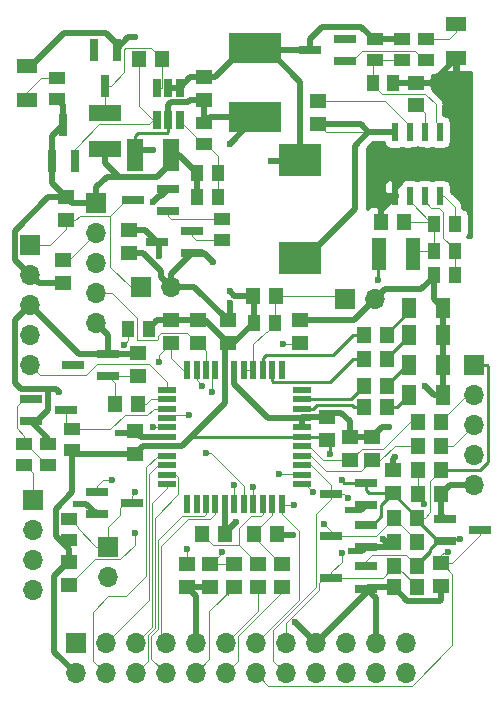
<source format=gbr>
G04 #@! TF.GenerationSoftware,KiCad,Pcbnew,(5.0.0-rc2-196-g73a8d2a9d)*
G04 #@! TF.CreationDate,2018-06-23T20:12:08-07:00*
G04 #@! TF.ProjectId,SMD_Lebowski,534D445F4C65626F77736B692E6B6963,rev?*
G04 #@! TF.SameCoordinates,Original*
G04 #@! TF.FileFunction,Copper,L1,Top,Signal*
G04 #@! TF.FilePolarity,Positive*
%FSLAX46Y46*%
G04 Gerber Fmt 4.6, Leading zero omitted, Abs format (unit mm)*
G04 Created by KiCad (PCBNEW (5.0.0-rc2-196-g73a8d2a9d)) date Sat Jun 23 20:12:08 2018*
%MOMM*%
%LPD*%
G01*
G04 APERTURE LIST*
G04 #@! TA.AperFunction,SMDPad,CuDef*
%ADD10R,1.500000X0.550000*%
G04 #@! TD*
G04 #@! TA.AperFunction,SMDPad,CuDef*
%ADD11R,0.550000X1.500000*%
G04 #@! TD*
G04 #@! TA.AperFunction,SMDPad,CuDef*
%ADD12R,1.400000X1.295000*%
G04 #@! TD*
G04 #@! TA.AperFunction,SMDPad,CuDef*
%ADD13R,1.900000X0.800000*%
G04 #@! TD*
G04 #@! TA.AperFunction,SMDPad,CuDef*
%ADD14R,1.295000X1.400000*%
G04 #@! TD*
G04 #@! TA.AperFunction,SMDPad,CuDef*
%ADD15R,4.500000X2.555000*%
G04 #@! TD*
G04 #@! TA.AperFunction,SMDPad,CuDef*
%ADD16R,1.395000X2.700000*%
G04 #@! TD*
G04 #@! TA.AperFunction,SMDPad,CuDef*
%ADD17R,1.220000X1.800000*%
G04 #@! TD*
G04 #@! TA.AperFunction,SMDPad,CuDef*
%ADD18R,1.800000X1.220000*%
G04 #@! TD*
G04 #@! TA.AperFunction,SMDPad,CuDef*
%ADD19R,2.700000X1.395000*%
G04 #@! TD*
G04 #@! TA.AperFunction,SMDPad,CuDef*
%ADD20R,3.600000X2.700000*%
G04 #@! TD*
G04 #@! TA.AperFunction,ComponentPad*
%ADD21R,1.700000X1.700000*%
G04 #@! TD*
G04 #@! TA.AperFunction,ComponentPad*
%ADD22O,1.700000X1.700000*%
G04 #@! TD*
G04 #@! TA.AperFunction,SMDPad,CuDef*
%ADD23R,0.650000X1.560000*%
G04 #@! TD*
G04 #@! TA.AperFunction,SMDPad,CuDef*
%ADD24R,0.600000X1.550000*%
G04 #@! TD*
G04 #@! TA.AperFunction,SMDPad,CuDef*
%ADD25R,1.400000X1.120000*%
G04 #@! TD*
G04 #@! TA.AperFunction,SMDPad,CuDef*
%ADD26R,1.120000X1.400000*%
G04 #@! TD*
G04 #@! TA.AperFunction,SMDPad,CuDef*
%ADD27R,0.800000X1.900000*%
G04 #@! TD*
G04 #@! TA.AperFunction,SMDPad,CuDef*
%ADD28R,1.220000X2.700000*%
G04 #@! TD*
G04 #@! TA.AperFunction,ViaPad*
%ADD29C,0.600000*%
G04 #@! TD*
G04 #@! TA.AperFunction,ViaPad*
%ADD30C,3.000000*%
G04 #@! TD*
G04 #@! TA.AperFunction,Conductor*
%ADD31C,0.500000*%
G04 #@! TD*
G04 #@! TA.AperFunction,Conductor*
%ADD32C,0.050000*%
G04 #@! TD*
G04 #@! TA.AperFunction,Conductor*
%ADD33C,0.250000*%
G04 #@! TD*
G04 #@! TA.AperFunction,Conductor*
%ADD34C,0.254000*%
G04 #@! TD*
G04 APERTURE END LIST*
D10*
G04 #@! TO.P,U1,1*
G04 #@! TO.N,HALL1*
X144668000Y-111316000D03*
G04 #@! TO.P,U1,2*
G04 #@! TO.N,T232*
X144668000Y-112116000D03*
G04 #@! TO.P,U1,3*
G04 #@! TO.N,R232*
X144668000Y-112916000D03*
G04 #@! TO.P,U1,4*
G04 #@! TO.N,TCAN*
X144668000Y-113716000D03*
G04 #@! TO.P,U1,5*
G04 #@! TO.N,RCAN*
X144668000Y-114516000D03*
G04 #@! TO.P,U1,6*
G04 #@! TO.N,GND*
X144668000Y-115316000D03*
G04 #@! TO.P,U1,7*
G04 #@! TO.N,+5V*
X144668000Y-116116000D03*
G04 #@! TO.P,U1,8*
G04 #@! TO.N,GUC*
X144668000Y-116916000D03*
G04 #@! TO.P,U1,9*
G04 #@! TO.N,GLC*
X144668000Y-117716000D03*
G04 #@! TO.P,U1,10*
G04 #@! TO.N,GUB*
X144668000Y-118516000D03*
G04 #@! TO.P,U1,11*
G04 #@! TO.N,GLB*
X144668000Y-119316000D03*
D11*
G04 #@! TO.P,U1,12*
G04 #@! TO.N,Net-(U1-Pad12)*
X146368000Y-121016000D03*
G04 #@! TO.P,U1,13*
G04 #@! TO.N,Net-(U1-Pad13)*
X147168000Y-121016000D03*
G04 #@! TO.P,U1,14*
G04 #@! TO.N,GUA*
X147968000Y-121016000D03*
G04 #@! TO.P,U1,15*
G04 #@! TO.N,GLA*
X148768000Y-121016000D03*
G04 #@! TO.P,U1,16*
G04 #@! TO.N,GND*
X149568000Y-121016000D03*
G04 #@! TO.P,U1,17*
G04 #@! TO.N,Net-(C10-Pad1)*
X150368000Y-121016000D03*
G04 #@! TO.P,U1,18*
G04 #@! TO.N,NRES*
X151168000Y-121016000D03*
G04 #@! TO.P,U1,19*
G04 #@! TO.N,Net-(C2-Pad1)*
X151968000Y-121016000D03*
G04 #@! TO.P,U1,20*
G04 #@! TO.N,Net-(C3-Pad1)*
X152768000Y-121016000D03*
G04 #@! TO.P,U1,21*
G04 #@! TO.N,Net-(C4-Pad1)*
X153568000Y-121016000D03*
G04 #@! TO.P,U1,22*
G04 #@! TO.N,AFB*
X154368000Y-121016000D03*
D10*
G04 #@! TO.P,U1,23*
G04 #@! TO.N,BAT*
X156068000Y-119316000D03*
G04 #@! TO.P,U1,24*
G04 #@! TO.N,CFB*
X156068000Y-118516000D03*
G04 #@! TO.P,U1,25*
G04 #@! TO.N,BFB*
X156068000Y-117716000D03*
G04 #@! TO.P,U1,26*
G04 #@! TO.N,Net-(C6-Pad1)*
X156068000Y-116916000D03*
G04 #@! TO.P,U1,27*
G04 #@! TO.N,Net-(C5-Pad1)*
X156068000Y-116116000D03*
G04 #@! TO.P,U1,28*
G04 #@! TO.N,+5V*
X156068000Y-115316000D03*
G04 #@! TO.P,U1,29*
G04 #@! TO.N,GND*
X156068000Y-114516000D03*
G04 #@! TO.P,U1,30*
X156068000Y-113716000D03*
G04 #@! TO.P,U1,31*
G04 #@! TO.N,Net-(R11-Pad2)*
X156068000Y-112916000D03*
G04 #@! TO.P,U1,32*
G04 #@! TO.N,Net-(R12-Pad2)*
X156068000Y-112116000D03*
G04 #@! TO.P,U1,33*
G04 #@! TO.N,Net-(U1-Pad33)*
X156068000Y-111316000D03*
D11*
G04 #@! TO.P,U1,34*
G04 #@! TO.N,Net-(U1-Pad34)*
X154368000Y-109616000D03*
G04 #@! TO.P,U1,35*
G04 #@! TO.N,Net-(R14-Pad2)*
X153568000Y-109616000D03*
G04 #@! TO.P,U1,36*
G04 #@! TO.N,Net-(R16-Pad2)*
X152768000Y-109616000D03*
G04 #@! TO.P,U1,37*
G04 #@! TO.N,SETUP*
X151968000Y-109616000D03*
G04 #@! TO.P,U1,38*
X151168000Y-109616000D03*
G04 #@! TO.P,U1,39*
G04 #@! TO.N,GND*
X150368000Y-109616000D03*
G04 #@! TO.P,U1,40*
G04 #@! TO.N,+5V*
X149568000Y-109616000D03*
G04 #@! TO.P,U1,41*
G04 #@! TO.N,READY*
X148768000Y-109616000D03*
G04 #@! TO.P,U1,42*
G04 #@! TO.N,HALL3*
X147968000Y-109616000D03*
G04 #@! TO.P,U1,43*
G04 #@! TO.N,REV*
X147168000Y-109616000D03*
G04 #@! TO.P,U1,44*
G04 #@! TO.N,HALL2*
X146368000Y-109616000D03*
G04 #@! TD*
D12*
G04 #@! TO.P,C7,1*
G04 #@! TO.N,+5V*
X158200000Y-115587500D03*
G04 #@! TO.P,C7,2*
G04 #@! TO.N,GND*
X158200000Y-113652500D03*
G04 #@! TD*
D13*
G04 #@! TO.P,D1,1*
G04 #@! TO.N,GND*
X161520000Y-124648000D03*
G04 #@! TO.P,D1,2*
G04 #@! TO.N,+5V*
X161520000Y-122748000D03*
G04 #@! TO.P,D1,3*
G04 #@! TO.N,AFB*
X158520000Y-123698000D03*
G04 #@! TD*
D12*
G04 #@! TO.P,C2,1*
G04 #@! TO.N,Net-(C2-Pad1)*
X148350000Y-126082500D03*
G04 #@! TO.P,C2,2*
G04 #@! TO.N,GND*
X148350000Y-128017500D03*
G04 #@! TD*
G04 #@! TO.P,C1,1*
G04 #@! TO.N,+5V*
X163830000Y-120093500D03*
G04 #@! TO.P,C1,2*
G04 #@! TO.N,GND*
X163830000Y-118158500D03*
G04 #@! TD*
D14*
G04 #@! TO.P,C3,1*
G04 #@! TO.N,Net-(C3-Pad1)*
X147622500Y-123500000D03*
G04 #@! TO.P,C3,2*
G04 #@! TO.N,GND*
X149557500Y-123500000D03*
G04 #@! TD*
G04 #@! TO.P,C4,1*
G04 #@! TO.N,Net-(C4-Pad1)*
X152032500Y-123500000D03*
G04 #@! TO.P,C4,2*
G04 #@! TO.N,GND*
X153967500Y-123500000D03*
G04 #@! TD*
D12*
G04 #@! TO.P,C5,1*
G04 #@! TO.N,Net-(C5-Pad1)*
X160130000Y-117297500D03*
G04 #@! TO.P,C5,2*
G04 #@! TO.N,GND*
X160130000Y-115362500D03*
G04 #@! TD*
G04 #@! TO.P,C6,1*
G04 #@! TO.N,Net-(C6-Pad1)*
X161990000Y-117297500D03*
G04 #@! TO.P,C6,2*
G04 #@! TO.N,GND*
X161990000Y-115362500D03*
G04 #@! TD*
G04 #@! TO.P,C8,1*
G04 #@! TO.N,+5V*
X149860000Y-107393500D03*
G04 #@! TO.P,C8,2*
G04 #@! TO.N,GND*
X149860000Y-105458500D03*
G04 #@! TD*
G04 #@! TO.P,C9,1*
G04 #@! TO.N,+5V*
X141986000Y-116791500D03*
G04 #@! TO.P,C9,2*
G04 #@! TO.N,GND*
X141986000Y-114856500D03*
G04 #@! TD*
G04 #@! TO.P,C10,2*
G04 #@! TO.N,GND*
X146350000Y-128050000D03*
G04 #@! TO.P,C10,1*
G04 #@! TO.N,Net-(C10-Pad1)*
X146350000Y-126115000D03*
G04 #@! TD*
D14*
G04 #@! TO.P,C11,1*
G04 #@! TO.N,GND*
X162762500Y-97110000D03*
G04 #@! TO.P,C11,2*
G04 #@! TO.N,Net-(C11-Pad2)*
X164697500Y-97110000D03*
G04 #@! TD*
G04 #@! TO.P,C12,1*
G04 #@! TO.N,Net-(C12-Pad1)*
X142288500Y-83312000D03*
G04 #@! TO.P,C12,2*
G04 #@! TO.N,Net-(C12-Pad2)*
X144223500Y-83312000D03*
G04 #@! TD*
D12*
G04 #@! TO.P,C13,1*
G04 #@! TO.N,+15V*
X147828000Y-84884500D03*
G04 #@! TO.P,C13,2*
G04 #@! TO.N,GND*
X147828000Y-86819500D03*
G04 #@! TD*
G04 #@! TO.P,C14,1*
G04 #@! TO.N,Net-(C14-Pad1)*
X157480000Y-88851500D03*
G04 #@! TO.P,C14,2*
G04 #@! TO.N,Net-(C14-Pad2)*
X157480000Y-86916500D03*
G04 #@! TD*
G04 #@! TO.P,C15,1*
G04 #@! TO.N,Net-(C15-Pad1)*
X165770000Y-87247500D03*
G04 #@! TO.P,C15,2*
G04 #@! TO.N,GND*
X165770000Y-85312500D03*
G04 #@! TD*
D15*
G04 #@! TO.P,C16,1*
G04 #@! TO.N,+15V*
X152146000Y-82416500D03*
G04 #@! TO.P,C16,2*
G04 #@! TO.N,GND*
X152146000Y-88271500D03*
G04 #@! TD*
D16*
G04 #@! TO.P,C17,1*
G04 #@! TO.N,+5V*
X145027500Y-91440000D03*
G04 #@! TO.P,C17,2*
G04 #@! TO.N,GND*
X141992500Y-91440000D03*
G04 #@! TD*
D12*
G04 #@! TO.P,C18,1*
G04 #@! TO.N,+5V*
X141478000Y-97838500D03*
G04 #@! TO.P,C18,2*
G04 #@! TO.N,GND*
X141478000Y-99773500D03*
G04 #@! TD*
D13*
G04 #@! TO.P,D3,1*
G04 #@! TO.N,GND*
X161540000Y-128190000D03*
G04 #@! TO.P,D3,2*
G04 #@! TO.N,+5V*
X161540000Y-126290000D03*
G04 #@! TO.P,D3,3*
G04 #@! TO.N,CFB*
X158540000Y-127240000D03*
G04 #@! TD*
G04 #@! TO.P,D4,1*
G04 #@! TO.N,GND*
X168172000Y-122240000D03*
G04 #@! TO.P,D4,2*
G04 #@! TO.N,+5V*
X168172000Y-124140000D03*
G04 #@! TO.P,D4,3*
G04 #@! TO.N,BAT*
X171172000Y-123190000D03*
G04 #@! TD*
D17*
G04 #@! TO.P,D5,1*
G04 #@! TO.N,GND*
X168054000Y-111760000D03*
G04 #@! TO.P,D5,2*
G04 #@! TO.N,Net-(D5-Pad2)*
X165194000Y-111760000D03*
G04 #@! TD*
G04 #@! TO.P,D6,1*
G04 #@! TO.N,GND*
X168054000Y-109220000D03*
G04 #@! TO.P,D6,2*
G04 #@! TO.N,Net-(D6-Pad2)*
X165194000Y-109220000D03*
G04 #@! TD*
G04 #@! TO.P,D7,1*
G04 #@! TO.N,GND*
X168054000Y-106680000D03*
G04 #@! TO.P,D7,2*
G04 #@! TO.N,Net-(D7-Pad2)*
X165194000Y-106680000D03*
G04 #@! TD*
G04 #@! TO.P,D8,1*
G04 #@! TO.N,GND*
X168054000Y-104394000D03*
G04 #@! TO.P,D8,2*
G04 #@! TO.N,Net-(D8-Pad2)*
X165194000Y-104394000D03*
G04 #@! TD*
D18*
G04 #@! TO.P,D11,1*
G04 #@! TO.N,GND*
X132842000Y-83914000D03*
G04 #@! TO.P,D11,2*
G04 #@! TO.N,Net-(D11-Pad2)*
X132842000Y-86774000D03*
G04 #@! TD*
D13*
G04 #@! TO.P,D12,1*
G04 #@! TO.N,Net-(D12-Pad1)*
X159742000Y-83500000D03*
G04 #@! TO.P,D12,2*
G04 #@! TO.N,N/C*
X159742000Y-81600000D03*
G04 #@! TO.P,D12,3*
G04 #@! TO.N,+15V*
X156742000Y-82550000D03*
G04 #@! TD*
D18*
G04 #@! TO.P,D13,1*
G04 #@! TO.N,GND*
X169164000Y-83218000D03*
G04 #@! TO.P,D13,2*
G04 #@! TO.N,Net-(D13-Pad2)*
X169164000Y-80358000D03*
G04 #@! TD*
D19*
G04 #@! TO.P,L1,1*
G04 #@! TO.N,+5V*
X139446000Y-90925500D03*
G04 #@! TO.P,L1,2*
G04 #@! TO.N,Net-(C12-Pad2)*
X139446000Y-87890500D03*
G04 #@! TD*
D20*
G04 #@! TO.P,L2,1*
G04 #@! TO.N,+15V*
X155956000Y-91862000D03*
G04 #@! TO.P,L2,2*
G04 #@! TO.N,Net-(C14-Pad1)*
X155956000Y-100162000D03*
G04 #@! TD*
D21*
G04 #@! TO.P,P1,1*
G04 #@! TO.N,NRES*
X133096000Y-99060000D03*
D22*
G04 #@! TO.P,P1,2*
G04 #@! TO.N,+5V*
X133096000Y-101600000D03*
G04 #@! TO.P,P1,3*
G04 #@! TO.N,GND*
X133096000Y-104140000D03*
G04 #@! TO.P,P1,4*
G04 #@! TO.N,HALL2*
X133096000Y-106680000D03*
G04 #@! TO.P,P1,5*
G04 #@! TO.N,HALL1*
X133096000Y-109220000D03*
G04 #@! TD*
D21*
G04 #@! TO.P,P2,1*
G04 #@! TO.N,+5V*
X138684000Y-95504000D03*
D22*
G04 #@! TO.P,P2,2*
G04 #@! TO.N,HALL1*
X138684000Y-98044000D03*
G04 #@! TO.P,P2,3*
G04 #@! TO.N,HALL2*
X138684000Y-100584000D03*
G04 #@! TO.P,P2,4*
G04 #@! TO.N,HALL3*
X138684000Y-103124000D03*
G04 #@! TO.P,P2,5*
G04 #@! TO.N,GND*
X138684000Y-105664000D03*
G04 #@! TD*
D21*
G04 #@! TO.P,P3,1*
G04 #@! TO.N,+5V*
X170688000Y-109220000D03*
D22*
G04 #@! TO.P,P3,2*
G04 #@! TO.N,TH2*
X170688000Y-111760000D03*
G04 #@! TO.P,P3,3*
G04 #@! TO.N,TH1*
X170688000Y-114300000D03*
G04 #@! TO.P,P3,4*
G04 #@! TO.N,REV*
X170688000Y-116840000D03*
G04 #@! TO.P,P3,5*
G04 #@! TO.N,GND*
X170688000Y-119380000D03*
G04 #@! TD*
D21*
G04 #@! TO.P,P4,1*
G04 #@! TO.N,+15V*
X136930000Y-132790000D03*
D22*
G04 #@! TO.P,P4,2*
G04 #@! TO.N,+5V*
X136930000Y-135330000D03*
G04 #@! TO.P,P4,3*
G04 #@! TO.N,GLC*
X139470000Y-132790000D03*
G04 #@! TO.P,P4,4*
G04 #@! TO.N,GUC*
X139470000Y-135330000D03*
G04 #@! TO.P,P4,5*
G04 #@! TO.N,GLB*
X142010000Y-132790000D03*
G04 #@! TO.P,P4,6*
G04 #@! TO.N,GUB*
X142010000Y-135330000D03*
G04 #@! TO.P,P4,7*
G04 #@! TO.N,GLA*
X144550000Y-132790000D03*
G04 #@! TO.P,P4,8*
G04 #@! TO.N,GUA*
X144550000Y-135330000D03*
G04 #@! TO.P,P4,9*
G04 #@! TO.N,GND*
X147090000Y-132790000D03*
G04 #@! TO.P,P4,10*
G04 #@! TO.N,IA*
X147090000Y-135330000D03*
G04 #@! TO.P,P4,11*
G04 #@! TO.N,IB*
X149630000Y-132790000D03*
G04 #@! TO.P,P4,12*
G04 #@! TO.N,IC*
X149630000Y-135330000D03*
G04 #@! TO.P,P4,13*
G04 #@! TO.N,AFB*
X152170000Y-132790000D03*
G04 #@! TO.P,P4,14*
G04 #@! TO.N,BAT*
X152170000Y-135330000D03*
G04 #@! TO.P,P4,15*
G04 #@! TO.N,CFB*
X154710000Y-132790000D03*
G04 #@! TO.P,P4,16*
G04 #@! TO.N,BFB*
X154710000Y-135330000D03*
G04 #@! TO.P,P4,17*
G04 #@! TO.N,GND*
X157250000Y-132790000D03*
G04 #@! TO.P,P4,18*
G04 #@! TO.N,READY*
X157250000Y-135330000D03*
G04 #@! TO.P,P4,19*
G04 #@! TO.N,+5V*
X159790000Y-132790000D03*
G04 #@! TO.P,P4,20*
G04 #@! TO.N,TEMP*
X159790000Y-135330000D03*
G04 #@! TO.P,P4,21*
G04 #@! TO.N,GND*
X162330000Y-132790000D03*
G04 #@! TO.P,P4,22*
G04 #@! TO.N,Net-(P4-Pad22)*
X162330000Y-135330000D03*
G04 #@! TO.P,P4,23*
G04 #@! TO.N,Net-(P4-Pad23)*
X164870000Y-132790000D03*
G04 #@! TO.P,P4,24*
G04 #@! TO.N,BPOW*
X164870000Y-135330000D03*
G04 #@! TD*
D21*
G04 #@! TO.P,P5,1*
G04 #@! TO.N,RCAN*
X139700000Y-124610000D03*
D22*
G04 #@! TO.P,P5,2*
G04 #@! TO.N,GND*
X139700000Y-127150000D03*
G04 #@! TD*
D21*
G04 #@! TO.P,P7,1*
G04 #@! TO.N,NRES*
X142494000Y-102616000D03*
D22*
G04 #@! TO.P,P7,2*
G04 #@! TO.N,GND*
X145034000Y-102616000D03*
G04 #@! TD*
D21*
G04 #@! TO.P,P8,1*
G04 #@! TO.N,SETUP*
X159766000Y-103632000D03*
D22*
G04 #@! TO.P,P8,2*
G04 #@! TO.N,GND*
X162306000Y-103632000D03*
G04 #@! TD*
D14*
G04 #@! TO.P,R1,1*
G04 #@! TO.N,AFB*
X163878500Y-122174000D03*
G04 #@! TO.P,R1,2*
G04 #@! TO.N,+5V*
X165813500Y-122174000D03*
G04 #@! TD*
G04 #@! TO.P,R2,1*
G04 #@! TO.N,BFB*
X165910500Y-118110000D03*
G04 #@! TO.P,R2,2*
G04 #@! TO.N,+5V*
X167845500Y-118110000D03*
G04 #@! TD*
G04 #@! TO.P,R3,1*
G04 #@! TO.N,CFB*
X163878500Y-126238000D03*
G04 #@! TO.P,R3,2*
G04 #@! TO.N,+5V*
X165813500Y-126238000D03*
G04 #@! TD*
D12*
G04 #@! TO.P,R4,1*
G04 #@! TO.N,GND*
X167894000Y-127967500D03*
G04 #@! TO.P,R4,2*
G04 #@! TO.N,BAT*
X167894000Y-126032500D03*
G04 #@! TD*
D14*
G04 #@! TO.P,R5,1*
G04 #@! TO.N,GND*
X163878500Y-124206000D03*
G04 #@! TO.P,R5,2*
G04 #@! TO.N,AFB*
X165813500Y-124206000D03*
G04 #@! TD*
G04 #@! TO.P,R6,1*
G04 #@! TO.N,GND*
X167845500Y-120142000D03*
G04 #@! TO.P,R6,2*
G04 #@! TO.N,BFB*
X165910500Y-120142000D03*
G04 #@! TD*
G04 #@! TO.P,R7,1*
G04 #@! TO.N,GND*
X163878500Y-128016000D03*
G04 #@! TO.P,R7,2*
G04 #@! TO.N,CFB*
X165813500Y-128016000D03*
G04 #@! TD*
D12*
G04 #@! TO.P,R8,1*
G04 #@! TO.N,Net-(C2-Pad1)*
X150370000Y-126082500D03*
G04 #@! TO.P,R8,2*
G04 #@! TO.N,IA*
X150370000Y-128017500D03*
G04 #@! TD*
G04 #@! TO.P,R9,1*
G04 #@! TO.N,Net-(C3-Pad1)*
X152400000Y-126082500D03*
G04 #@! TO.P,R9,2*
G04 #@! TO.N,IB*
X152400000Y-128017500D03*
G04 #@! TD*
G04 #@! TO.P,R10,1*
G04 #@! TO.N,Net-(C4-Pad1)*
X154400000Y-126082500D03*
G04 #@! TO.P,R10,2*
G04 #@! TO.N,IC*
X154400000Y-128017500D03*
G04 #@! TD*
D14*
G04 #@! TO.P,R11,1*
G04 #@! TO.N,Net-(D5-Pad2)*
X163307500Y-112790000D03*
G04 #@! TO.P,R11,2*
G04 #@! TO.N,Net-(R11-Pad2)*
X161372500Y-112790000D03*
G04 #@! TD*
G04 #@! TO.P,R12,1*
G04 #@! TO.N,Net-(D6-Pad2)*
X163273500Y-110998000D03*
G04 #@! TO.P,R12,2*
G04 #@! TO.N,Net-(R12-Pad2)*
X161338500Y-110998000D03*
G04 #@! TD*
G04 #@! TO.P,R13,1*
G04 #@! TO.N,Net-(C6-Pad1)*
X165910500Y-116078000D03*
G04 #@! TO.P,R13,2*
G04 #@! TO.N,TH1*
X167845500Y-116078000D03*
G04 #@! TD*
G04 #@! TO.P,R14,1*
G04 #@! TO.N,Net-(D7-Pad2)*
X163273500Y-108712000D03*
G04 #@! TO.P,R14,2*
G04 #@! TO.N,Net-(R14-Pad2)*
X161338500Y-108712000D03*
G04 #@! TD*
G04 #@! TO.P,R15,1*
G04 #@! TO.N,Net-(C5-Pad1)*
X165910500Y-114046000D03*
G04 #@! TO.P,R15,2*
G04 #@! TO.N,TH2*
X167845500Y-114046000D03*
G04 #@! TD*
G04 #@! TO.P,R16,1*
G04 #@! TO.N,Net-(D8-Pad2)*
X163273500Y-106680000D03*
G04 #@! TO.P,R16,2*
G04 #@! TO.N,Net-(R16-Pad2)*
X161338500Y-106680000D03*
G04 #@! TD*
D12*
G04 #@! TO.P,R17,1*
G04 #@! TO.N,NRES*
X136144000Y-96979500D03*
G04 #@! TO.P,R17,2*
G04 #@! TO.N,+5V*
X136144000Y-95044500D03*
G04 #@! TD*
D14*
G04 #@! TO.P,R18,1*
G04 #@! TO.N,SETUP*
X153875500Y-103378000D03*
G04 #@! TO.P,R18,2*
G04 #@! TO.N,+5V*
X151940500Y-103378000D03*
G04 #@! TD*
D12*
G04 #@! TO.P,R19,1*
G04 #@! TO.N,Net-(C10-Pad1)*
X136350000Y-127867500D03*
G04 #@! TO.P,R19,2*
G04 #@! TO.N,+5V*
X136350000Y-125932500D03*
G04 #@! TD*
G04 #@! TO.P,R20,1*
G04 #@! TO.N,REV*
X155956000Y-107393500D03*
G04 #@! TO.P,R20,2*
G04 #@! TO.N,GND*
X155956000Y-105458500D03*
G04 #@! TD*
G04 #@! TO.P,R21,1*
G04 #@! TO.N,HALL1*
X135890000Y-100378500D03*
G04 #@! TO.P,R21,2*
G04 #@! TO.N,+5V*
X135890000Y-102313500D03*
G04 #@! TD*
G04 #@! TO.P,R22,1*
G04 #@! TO.N,HALL2*
X145034000Y-107393500D03*
G04 #@! TO.P,R22,2*
G04 #@! TO.N,+5V*
X145034000Y-105458500D03*
G04 #@! TD*
G04 #@! TO.P,R23,1*
G04 #@! TO.N,HALL3*
X147320000Y-107393500D03*
G04 #@! TO.P,R23,2*
G04 #@! TO.N,+5V*
X147320000Y-105458500D03*
G04 #@! TD*
D14*
G04 #@! TO.P,R24,1*
G04 #@! TO.N,T232*
X142191500Y-112522000D03*
G04 #@! TO.P,R24,2*
G04 #@! TO.N,Net-(Q1-Pad1)*
X140256500Y-112522000D03*
G04 #@! TD*
D12*
G04 #@! TO.P,R25,1*
G04 #@! TO.N,Net-(Q1-Pad1)*
X142240000Y-110187500D03*
G04 #@! TO.P,R25,2*
G04 #@! TO.N,GND*
X142240000Y-108252500D03*
G04 #@! TD*
D23*
G04 #@! TO.P,U2,1*
G04 #@! TO.N,Net-(C12-Pad1)*
X143830000Y-88472000D03*
G04 #@! TO.P,U2,2*
G04 #@! TO.N,GND*
X144780000Y-88472000D03*
G04 #@! TO.P,U2,3*
G04 #@! TO.N,Net-(R30-Pad1)*
X145730000Y-88472000D03*
G04 #@! TO.P,U2,4*
G04 #@! TO.N,+15V*
X145730000Y-85772000D03*
G04 #@! TO.P,U2,6*
G04 #@! TO.N,Net-(C12-Pad2)*
X143830000Y-85772000D03*
G04 #@! TO.P,U2,5*
G04 #@! TO.N,+15V*
X144780000Y-85772000D03*
G04 #@! TD*
D24*
G04 #@! TO.P,U3,1*
G04 #@! TO.N,GND*
X163957000Y-94902000D03*
G04 #@! TO.P,U3,2*
G04 #@! TO.N,Net-(C11-Pad2)*
X165227000Y-94902000D03*
G04 #@! TO.P,U3,3*
G04 #@! TO.N,Net-(R33-Pad2)*
X166497000Y-94902000D03*
G04 #@! TO.P,U3,4*
G04 #@! TO.N,Net-(R32-Pad2)*
X167767000Y-94902000D03*
G04 #@! TO.P,U3,5*
G04 #@! TO.N,Net-(R35-Pad2)*
X167767000Y-89502000D03*
G04 #@! TO.P,U3,6*
G04 #@! TO.N,Net-(C15-Pad1)*
X166497000Y-89502000D03*
G04 #@! TO.P,U3,7*
G04 #@! TO.N,Net-(C14-Pad2)*
X165227000Y-89502000D03*
G04 #@! TO.P,U3,8*
G04 #@! TO.N,Net-(C14-Pad1)*
X163957000Y-89502000D03*
G04 #@! TD*
D21*
G04 #@! TO.P,P6,1*
G04 #@! TO.N,Net-(P6-Pad1)*
X133350000Y-120650000D03*
D22*
G04 #@! TO.P,P6,2*
G04 #@! TO.N,Net-(P6-Pad2)*
X133350000Y-123190000D03*
G04 #@! TO.P,P6,3*
G04 #@! TO.N,GND*
X133350000Y-125730000D03*
G04 #@! TO.P,P6,4*
G04 #@! TO.N,N/C*
X133350000Y-128270000D03*
G04 #@! TD*
D25*
G04 #@! TO.P,R40,1*
G04 #@! TO.N,+5V*
X136398000Y-124070000D03*
G04 #@! TO.P,R40,2*
G04 #@! TO.N,RCAN*
X136398000Y-122310000D03*
G04 #@! TD*
D13*
G04 #@! TO.P,D2,1*
G04 #@! TO.N,GND*
X161520000Y-121092000D03*
G04 #@! TO.P,D2,2*
G04 #@! TO.N,+5V*
X161520000Y-119192000D03*
G04 #@! TO.P,D2,3*
G04 #@! TO.N,BFB*
X158520000Y-120142000D03*
G04 #@! TD*
G04 #@! TO.P,Q3,1*
G04 #@! TO.N,TCAN*
X138708000Y-119954000D03*
G04 #@! TO.P,Q3,2*
G04 #@! TO.N,GND*
X138708000Y-121854000D03*
G04 #@! TO.P,Q3,3*
G04 #@! TO.N,RCAN*
X141708000Y-120904000D03*
G04 #@! TD*
D25*
G04 #@! TO.P,R27,1*
G04 #@! TO.N,Net-(P6-Pad1)*
X132588000Y-117720000D03*
G04 #@! TO.P,R27,2*
G04 #@! TO.N,Net-(Q2-Pad1)*
X132588000Y-115960000D03*
G04 #@! TD*
G04 #@! TO.P,R29,1*
G04 #@! TO.N,Net-(Q2-Pad1)*
X134620000Y-117720000D03*
G04 #@! TO.P,R29,2*
G04 #@! TO.N,GND*
X134620000Y-115960000D03*
G04 #@! TD*
G04 #@! TO.P,R28,1*
G04 #@! TO.N,R232*
X136652000Y-114690000D03*
G04 #@! TO.P,R28,2*
G04 #@! TO.N,+5V*
X136652000Y-116450000D03*
G04 #@! TD*
D13*
G04 #@! TO.P,Q2,1*
G04 #@! TO.N,Net-(Q2-Pad1)*
X133120000Y-112080000D03*
G04 #@! TO.P,Q2,2*
G04 #@! TO.N,GND*
X133120000Y-113980000D03*
G04 #@! TO.P,Q2,3*
G04 #@! TO.N,R232*
X136120000Y-113030000D03*
G04 #@! TD*
G04 #@! TO.P,Q1,1*
G04 #@! TO.N,Net-(Q1-Pad1)*
X139676000Y-110170000D03*
G04 #@! TO.P,Q1,2*
G04 #@! TO.N,GND*
X139676000Y-108270000D03*
G04 #@! TO.P,Q1,3*
G04 #@! TO.N,Net-(Q1-Pad3)*
X136676000Y-109220000D03*
G04 #@! TD*
D26*
G04 #@! TO.P,R26,1*
G04 #@! TO.N,Net-(P6-Pad2)*
X141360000Y-106172000D03*
G04 #@! TO.P,R26,2*
G04 #@! TO.N,+5V*
X143120000Y-106172000D03*
G04 #@! TD*
G04 #@! TO.P,R41,1*
G04 #@! TO.N,SETUP*
X153788000Y-105664000D03*
G04 #@! TO.P,R41,2*
G04 #@! TO.N,+5V*
X152028000Y-105664000D03*
G04 #@! TD*
D13*
G04 #@! TO.P,U4,1*
G04 #@! TO.N,GND*
X146788000Y-99756000D03*
G04 #@! TO.P,U4,2*
G04 #@! TO.N,Net-(R44-Pad2)*
X146788000Y-97856000D03*
G04 #@! TO.P,U4,3*
G04 #@! TO.N,+5V*
X143788000Y-98806000D03*
G04 #@! TD*
G04 #@! TO.P,Q4,1*
G04 #@! TO.N,Net-(Q4-Pad1)*
X144756000Y-96200000D03*
G04 #@! TO.P,Q4,2*
G04 #@! TO.N,GND*
X144756000Y-94300000D03*
G04 #@! TO.P,Q4,3*
G04 #@! TO.N,NRES*
X141756000Y-95250000D03*
G04 #@! TD*
D25*
G04 #@! TO.P,R44,1*
G04 #@! TO.N,Net-(Q4-Pad1)*
X149352000Y-96910000D03*
G04 #@! TO.P,R44,2*
G04 #@! TO.N,Net-(R44-Pad2)*
X149352000Y-98670000D03*
G04 #@! TD*
D26*
G04 #@! TO.P,R39,1*
G04 #@! TO.N,Net-(R30-Pad1)*
X148962000Y-94996000D03*
G04 #@! TO.P,R39,2*
G04 #@! TO.N,+5V*
X147202000Y-94996000D03*
G04 #@! TD*
G04 #@! TO.P,R30,1*
G04 #@! TO.N,Net-(R30-Pad1)*
X148962000Y-92964000D03*
G04 #@! TO.P,R30,2*
G04 #@! TO.N,+5V*
X147202000Y-92964000D03*
G04 #@! TD*
D27*
G04 #@! TO.P,D10,1*
G04 #@! TO.N,+5V*
X134940000Y-91924000D03*
G04 #@! TO.P,D10,2*
G04 #@! TO.N,Net-(C12-Pad1)*
X136840000Y-91924000D03*
G04 #@! TO.P,D10,3*
G04 #@! TO.N,+5V*
X135890000Y-88924000D03*
G04 #@! TD*
D25*
G04 #@! TO.P,R38,1*
G04 #@! TO.N,+5V*
X135382000Y-86732000D03*
G04 #@! TO.P,R38,2*
G04 #@! TO.N,Net-(D11-Pad2)*
X135382000Y-84972000D03*
G04 #@! TD*
D27*
G04 #@! TO.P,D9,1*
G04 #@! TO.N,GND*
X140396000Y-82574000D03*
G04 #@! TO.P,D9,2*
G04 #@! TO.N,N/C*
X138496000Y-82574000D03*
G04 #@! TO.P,D9,3*
G04 #@! TO.N,Net-(C12-Pad2)*
X139446000Y-85574000D03*
G04 #@! TD*
D25*
G04 #@! TO.P,R31,1*
G04 #@! TO.N,GND*
X147828000Y-88782000D03*
G04 #@! TO.P,R31,2*
G04 #@! TO.N,Net-(R30-Pad1)*
X147828000Y-90542000D03*
G04 #@! TD*
D28*
G04 #@! TO.P,R43,1*
G04 #@! TO.N,BPOW*
X162654000Y-99822000D03*
G04 #@! TO.P,R43,2*
G04 #@! TO.N,Net-(C11-Pad2)*
X165514000Y-99822000D03*
G04 #@! TD*
D26*
G04 #@! TO.P,R34,1*
G04 #@! TO.N,Net-(R33-Pad2)*
X169028000Y-101600000D03*
G04 #@! TO.P,R34,2*
G04 #@! TO.N,GND*
X167268000Y-101600000D03*
G04 #@! TD*
G04 #@! TO.P,R33,1*
G04 #@! TO.N,Net-(C11-Pad2)*
X167268000Y-99568000D03*
G04 #@! TO.P,R33,2*
G04 #@! TO.N,Net-(R33-Pad2)*
X169028000Y-99568000D03*
G04 #@! TD*
G04 #@! TO.P,R32,1*
G04 #@! TO.N,Net-(C11-Pad2)*
X167268000Y-97282000D03*
G04 #@! TO.P,R32,2*
G04 #@! TO.N,Net-(R32-Pad2)*
X169028000Y-97282000D03*
G04 #@! TD*
G04 #@! TO.P,R35,1*
G04 #@! TO.N,GND*
X163830000Y-85344000D03*
G04 #@! TO.P,R35,2*
G04 #@! TO.N,Net-(R35-Pad2)*
X162070000Y-85344000D03*
G04 #@! TD*
D25*
G04 #@! TO.P,R37,1*
G04 #@! TO.N,Net-(D12-Pad1)*
X166624000Y-83430000D03*
G04 #@! TO.P,R37,2*
G04 #@! TO.N,Net-(D13-Pad2)*
X166624000Y-81670000D03*
G04 #@! TD*
G04 #@! TO.P,R42,1*
G04 #@! TO.N,Net-(R35-Pad2)*
X164592000Y-83430000D03*
G04 #@! TO.P,R42,2*
G04 #@! TO.N,+15V*
X164592000Y-81670000D03*
G04 #@! TD*
G04 #@! TO.P,R36,1*
G04 #@! TO.N,Net-(R35-Pad2)*
X162306000Y-83430000D03*
G04 #@! TO.P,R36,2*
G04 #@! TO.N,+15V*
X162306000Y-81670000D03*
G04 #@! TD*
D29*
G04 #@! TO.N,+5V*
X150000000Y-103000000D03*
X144000000Y-100000000D03*
X159500000Y-119000000D03*
X158500000Y-116772500D03*
X169500000Y-124000000D03*
D30*
G04 #@! TO.N,GND*
X165960000Y-92210000D03*
D29*
X150000000Y-90500000D03*
X142000000Y-81500000D03*
X148530331Y-100469669D03*
X143448962Y-95449963D03*
X143500000Y-91000000D03*
X149988497Y-104018928D03*
X164000000Y-117000000D03*
X163500000Y-114500000D03*
X137000000Y-121000000D03*
X140500000Y-115000000D03*
X155340001Y-123595232D03*
X150500000Y-122500000D03*
X160230108Y-124947703D03*
X163000000Y-124000000D03*
X160000000Y-121500000D03*
X155511232Y-131011232D03*
X135500000Y-111500000D03*
X166500000Y-111000000D03*
G04 #@! TO.N,Net-(C2-Pad1)*
X149340000Y-125025000D03*
X151950000Y-119560000D03*
G04 #@! TO.N,Net-(C10-Pad1)*
X141920000Y-123430000D03*
X146350000Y-124800000D03*
X150360000Y-119410000D03*
G04 #@! TO.N,+15V*
X153500000Y-92000000D03*
G04 #@! TO.N,AFB*
X157950000Y-122725000D03*
X155450000Y-121075000D03*
G04 #@! TO.N,BFB*
X160000000Y-120500000D03*
X166447999Y-120973998D03*
G04 #@! TO.N,CFB*
X159450000Y-125125000D03*
X154125000Y-118500000D03*
G04 #@! TO.N,BAT*
X168500000Y-125040002D03*
X157000000Y-120000000D03*
G04 #@! TO.N,NRES*
X148000000Y-116641000D03*
G04 #@! TO.N,HALL2*
X144000000Y-109000000D03*
G04 #@! TO.N,REV*
X147675000Y-111000000D03*
X154475000Y-107450000D03*
G04 #@! TO.N,READY*
X148500000Y-111500000D03*
G04 #@! TO.N,BPOW*
X162500000Y-102000000D03*
G04 #@! TO.N,RCAN*
X142000000Y-120000000D03*
X143500000Y-114500000D03*
G04 #@! TO.N,Net-(P6-Pad2)*
X141000000Y-107500000D03*
G04 #@! TO.N,TCAN*
X140000000Y-119000000D03*
X146500000Y-113500000D03*
G04 #@! TD*
D31*
G04 #@! TO.N,+5V*
X145034000Y-105458500D02*
X147320000Y-105458500D01*
X149807500Y-107393500D02*
X149860000Y-107393500D01*
X147872500Y-105458500D02*
X149807500Y-107393500D01*
X147320000Y-105458500D02*
X147872500Y-105458500D01*
X150298500Y-107393500D02*
X152028000Y-105664000D01*
X149860000Y-107393500D02*
X150298500Y-107393500D01*
X152028000Y-103465500D02*
X151940500Y-103378000D01*
X152028000Y-105664000D02*
X152028000Y-103465500D01*
X133809500Y-102313500D02*
X133096000Y-101600000D01*
X135890000Y-102313500D02*
X133809500Y-102313500D01*
X134944000Y-95044500D02*
X136144000Y-95044500D01*
X134601498Y-95044500D02*
X134944000Y-95044500D01*
X131795999Y-97849999D02*
X134601498Y-95044500D01*
X131795999Y-100299999D02*
X131795999Y-97849999D01*
X133096000Y-101600000D02*
X131795999Y-100299999D01*
X134940000Y-93840500D02*
X134940000Y-91924000D01*
X136144000Y-95044500D02*
X134940000Y-93840500D01*
X134940000Y-89874000D02*
X135890000Y-88924000D01*
X134940000Y-91924000D02*
X134940000Y-89874000D01*
X135890000Y-87240000D02*
X135382000Y-86732000D01*
X135890000Y-88924000D02*
X135890000Y-87240000D01*
X145027500Y-92092500D02*
X145027500Y-91440000D01*
X140613000Y-93290000D02*
X143830000Y-93290000D01*
X143830000Y-93290000D02*
X145027500Y-92092500D01*
X139446000Y-92123000D02*
X140613000Y-93290000D01*
X139446000Y-90925500D02*
X139446000Y-92123000D01*
X145678000Y-91440000D02*
X147202000Y-92964000D01*
X145027500Y-91440000D02*
X145678000Y-91440000D01*
X147202000Y-92964000D02*
X147202000Y-94996000D01*
X142820500Y-97838500D02*
X141478000Y-97838500D01*
X143788000Y-98806000D02*
X142820500Y-97838500D01*
X141478000Y-97838500D02*
X141018500Y-97838500D01*
X136603500Y-95504000D02*
X136144000Y-95044500D01*
X138684000Y-95504000D02*
X136603500Y-95504000D01*
X136993500Y-116791500D02*
X136652000Y-116450000D01*
X141986000Y-116791500D02*
X136993500Y-116791500D01*
X136350000Y-124785000D02*
X136350000Y-125932500D01*
X135247999Y-121389999D02*
X135247999Y-123682999D01*
X135247999Y-123682999D02*
X136350000Y-124785000D01*
X136652000Y-119985998D02*
X135247999Y-121389999D01*
X136652000Y-116450000D02*
X136652000Y-119985998D01*
X142661500Y-116116000D02*
X144668000Y-116116000D01*
X141986000Y-116791500D02*
X142661500Y-116116000D01*
X149568000Y-110866000D02*
X149568000Y-109616000D01*
X149568000Y-112466000D02*
X149568000Y-110866000D01*
X145918000Y-116116000D02*
X149568000Y-112466000D01*
X144668000Y-116116000D02*
X145918000Y-116116000D01*
X149568000Y-107685500D02*
X149860000Y-107393500D01*
X149568000Y-109616000D02*
X149568000Y-107685500D01*
D32*
X160520000Y-119192000D02*
X161520000Y-119192000D01*
X167845500Y-118162500D02*
X167845500Y-118110000D01*
X166972999Y-119035001D02*
X167845500Y-118162500D01*
X166972999Y-121712001D02*
X166972999Y-119035001D01*
X166511000Y-122174000D02*
X166972999Y-121712001D01*
X165813500Y-122174000D02*
X166511000Y-122174000D01*
D31*
X136297500Y-125932500D02*
X136350000Y-125932500D01*
X135120000Y-133520000D02*
X135120000Y-127110000D01*
X135120000Y-127110000D02*
X136297500Y-125932500D01*
X136930000Y-135330000D02*
X135120000Y-133520000D01*
D32*
X165813500Y-125948500D02*
X167622000Y-124140000D01*
X165813500Y-126238000D02*
X165813500Y-125948500D01*
X164940999Y-125312999D02*
X165813500Y-126185500D01*
X161540000Y-125840000D02*
X162067001Y-125312999D01*
X162067001Y-125312999D02*
X164940999Y-125312999D01*
X161540000Y-126290000D02*
X161540000Y-125840000D01*
X156116500Y-115364500D02*
X156068000Y-115316000D01*
X156166500Y-115217500D02*
X156068000Y-115316000D01*
D31*
X139548000Y-93290000D02*
X140613000Y-93290000D01*
X138684000Y-94154000D02*
X139548000Y-93290000D01*
X138684000Y-95504000D02*
X138684000Y-94154000D01*
D33*
X143120000Y-106032000D02*
X143120000Y-106172000D01*
D31*
X151940500Y-103378000D02*
X150378000Y-103378000D01*
X150378000Y-103378000D02*
X150000000Y-103000000D01*
X144000000Y-99018000D02*
X143788000Y-98806000D01*
X144000000Y-100000000D02*
X144000000Y-99018000D01*
X143833500Y-105458500D02*
X145034000Y-105458500D01*
X143120000Y-106172000D02*
X143833500Y-105458500D01*
D33*
X171863001Y-109295001D02*
X171788000Y-109220000D01*
X171863001Y-117404001D02*
X171863001Y-109295001D01*
X171788000Y-109220000D02*
X170688000Y-109220000D01*
X171157002Y-118110000D02*
X171863001Y-117404001D01*
X167845500Y-118110000D02*
X171157002Y-118110000D01*
X168312000Y-124000000D02*
X168172000Y-124140000D01*
X169500000Y-124000000D02*
X168312000Y-124000000D01*
X165813500Y-122331500D02*
X165813500Y-122174000D01*
X167622000Y-124140000D02*
X165813500Y-122331500D01*
X167622000Y-124140000D02*
X168172000Y-124140000D01*
X166972000Y-125027000D02*
X166972000Y-124790000D01*
X165813500Y-126185500D02*
X166972000Y-125027000D01*
X166972000Y-124790000D02*
X167622000Y-124140000D01*
X165813500Y-126238000D02*
X165813500Y-126185500D01*
X163830000Y-120138000D02*
X163830000Y-120093500D01*
X165813500Y-122121500D02*
X163830000Y-120138000D01*
X165813500Y-122174000D02*
X165813500Y-122121500D01*
X162795001Y-121075999D02*
X163777500Y-120093500D01*
X163777500Y-120093500D02*
X163830000Y-120093500D01*
X162795001Y-122022999D02*
X162795001Y-121075999D01*
X162070000Y-122748000D02*
X162795001Y-122022999D01*
X161520000Y-122748000D02*
X162070000Y-122748000D01*
X161520000Y-119842000D02*
X161520000Y-119192000D01*
X161771500Y-120093500D02*
X161520000Y-119842000D01*
X163830000Y-120093500D02*
X161771500Y-120093500D01*
X159692000Y-119192000D02*
X159500000Y-119000000D01*
X161520000Y-119192000D02*
X159692000Y-119192000D01*
X158500000Y-115887500D02*
X158200000Y-115587500D01*
X158500000Y-116772500D02*
X158500000Y-115887500D01*
X157928500Y-115316000D02*
X156068000Y-115316000D01*
X158200000Y-115587500D02*
X157928500Y-115316000D01*
X146718000Y-115316000D02*
X145918000Y-116116000D01*
X156068000Y-115316000D02*
X146718000Y-115316000D01*
D31*
G04 #@! TO.N,GND*
X165810000Y-85272500D02*
X165770000Y-85312500D01*
X163861500Y-85312500D02*
X163830000Y-85344000D01*
X165770000Y-85312500D02*
X163861500Y-85312500D01*
X168054000Y-104394000D02*
X168054000Y-106680000D01*
X168054000Y-106680000D02*
X168054000Y-109220000D01*
X168054000Y-109220000D02*
X168054000Y-111760000D01*
X167268000Y-103608000D02*
X167268000Y-101600000D01*
X168054000Y-104394000D02*
X167268000Y-103608000D01*
X163138000Y-102800000D02*
X162306000Y-103632000D01*
X166208000Y-102800000D02*
X163138000Y-102800000D01*
X167268000Y-101740000D02*
X166208000Y-102800000D01*
X167268000Y-101600000D02*
X167268000Y-101740000D01*
X160479500Y-105458500D02*
X155956000Y-105458500D01*
X162306000Y-103632000D02*
X160479500Y-105458500D01*
X168607500Y-119380000D02*
X167845500Y-120142000D01*
X170688000Y-119380000D02*
X168607500Y-119380000D01*
X167845500Y-121913500D02*
X168172000Y-122240000D01*
X167845500Y-120142000D02*
X167845500Y-121913500D01*
X163878500Y-128068500D02*
X163878500Y-128016000D01*
X165026000Y-129216000D02*
X163878500Y-128068500D01*
X167793000Y-129216000D02*
X165026000Y-129216000D01*
X167894000Y-129115000D02*
X167793000Y-129216000D01*
X167894000Y-127967500D02*
X167894000Y-129115000D01*
X161714000Y-128016000D02*
X161540000Y-128190000D01*
X163878500Y-128016000D02*
X161714000Y-128016000D01*
X160970000Y-124648000D02*
X161520000Y-124648000D01*
X163436500Y-124648000D02*
X163878500Y-124206000D01*
X161520000Y-124648000D02*
X163436500Y-124648000D01*
X149557500Y-123472502D02*
X149557500Y-123190000D01*
X161540000Y-128190000D02*
X160990000Y-128190000D01*
X149557500Y-121026500D02*
X149568000Y-121016000D01*
X149557500Y-123500000D02*
X149557500Y-121026500D01*
X161990000Y-115362500D02*
X160130000Y-115362500D01*
X159440000Y-113282500D02*
X158240000Y-113282500D01*
X160130000Y-113972500D02*
X159440000Y-113282500D01*
X160130000Y-115362500D02*
X160130000Y-113972500D01*
X156068000Y-113716000D02*
X156068000Y-114516000D01*
X156131500Y-113652500D02*
X156068000Y-113716000D01*
X158200000Y-113652500D02*
X156131500Y-113652500D01*
X163957000Y-94213000D02*
X165960000Y-92210000D01*
X163957000Y-94902000D02*
X163957000Y-94213000D01*
X162762500Y-96096500D02*
X163957000Y-94902000D01*
X162762500Y-97110000D02*
X162762500Y-96096500D01*
X169164000Y-84328000D02*
X169164000Y-83218000D01*
X169164000Y-91127320D02*
X169164000Y-84328000D01*
X168081320Y-92210000D02*
X169164000Y-91127320D01*
X165960000Y-92210000D02*
X168081320Y-92210000D01*
X167069500Y-85312500D02*
X165770000Y-85312500D01*
X169164000Y-83218000D02*
X167069500Y-85312500D01*
X140396000Y-82024000D02*
X140396000Y-82574000D01*
X139496000Y-81124000D02*
X140396000Y-82024000D01*
X133132000Y-83914000D02*
X135922000Y-81124000D01*
X135922000Y-81124000D02*
X139496000Y-81124000D01*
X132842000Y-83914000D02*
X133132000Y-83914000D01*
X142445500Y-115316000D02*
X144668000Y-115316000D01*
X141986000Y-114856500D02*
X142445500Y-115316000D01*
X142222500Y-108270000D02*
X142240000Y-108252500D01*
X139676000Y-108270000D02*
X142222500Y-108270000D01*
X147090000Y-128790000D02*
X146350000Y-128050000D01*
X147090000Y-132790000D02*
X147090000Y-128790000D01*
X148317500Y-128050000D02*
X148350000Y-128017500D01*
X146350000Y-128050000D02*
X148317500Y-128050000D01*
D33*
X144780000Y-89502000D02*
X144780000Y-88472000D01*
X142255499Y-89577001D02*
X144704999Y-89577001D01*
X144704999Y-89577001D02*
X144780000Y-89502000D01*
X141992500Y-89840000D02*
X142255499Y-89577001D01*
X141992500Y-91440000D02*
X141992500Y-89840000D01*
D31*
X146236081Y-102616000D02*
X145034000Y-102616000D01*
X146965000Y-102616000D02*
X146236081Y-102616000D01*
X149807500Y-105458500D02*
X146965000Y-102616000D01*
X149860000Y-105458500D02*
X149807500Y-105458500D01*
X142678000Y-99773500D02*
X141478000Y-99773500D01*
X144184001Y-101279501D02*
X142678000Y-99773500D01*
X144184001Y-101766001D02*
X144184001Y-101279501D01*
X145034000Y-102616000D02*
X144184001Y-101766001D01*
X145034000Y-101510000D02*
X146788000Y-99756000D01*
X145034000Y-102616000D02*
X145034000Y-101510000D01*
X133670000Y-113980000D02*
X133120000Y-113980000D01*
X134570000Y-113080000D02*
X133670000Y-113980000D01*
X134570000Y-111369998D02*
X134570000Y-113080000D01*
X134430001Y-111229999D02*
X134570000Y-111369998D01*
X132304999Y-111229999D02*
X134430001Y-111229999D01*
X131795999Y-110720999D02*
X132304999Y-111229999D01*
X131795999Y-105440001D02*
X131795999Y-110720999D01*
X133096000Y-104140000D02*
X131795999Y-105440001D01*
X137226000Y-108270000D02*
X139676000Y-108270000D01*
X133096000Y-104140000D02*
X137226000Y-108270000D01*
X134620000Y-115480000D02*
X133120000Y-113980000D01*
X134620000Y-115960000D02*
X134620000Y-115480000D01*
X139676000Y-106656000D02*
X138684000Y-105664000D01*
X139676000Y-108270000D02*
X139676000Y-106656000D01*
X148338500Y-88271500D02*
X147828000Y-88782000D01*
X152146000Y-88271500D02*
X148338500Y-88271500D01*
X147828000Y-88782000D02*
X147828000Y-86819500D01*
X146628000Y-86819500D02*
X147828000Y-86819500D01*
X144780000Y-87192000D02*
X144969999Y-87002001D01*
X146445499Y-87002001D02*
X146628000Y-86819500D01*
X144969999Y-87002001D02*
X146445499Y-87002001D01*
X144780000Y-88472000D02*
X144780000Y-87192000D01*
X152146000Y-88271500D02*
X152146000Y-88354000D01*
X152146000Y-88354000D02*
X150000000Y-90500000D01*
X140396000Y-82472235D02*
X140396000Y-82574000D01*
X141368235Y-81500000D02*
X140396000Y-82472235D01*
X142000000Y-81500000D02*
X141368235Y-81500000D01*
X146788000Y-99756000D02*
X147816662Y-99756000D01*
X147816662Y-99756000D02*
X148530331Y-100469669D01*
X143448962Y-95449963D02*
X144000000Y-94898925D01*
X144157075Y-94898925D02*
X144756000Y-94300000D01*
X144000000Y-94898925D02*
X144157075Y-94898925D01*
X142432500Y-91000000D02*
X141992500Y-91440000D01*
X143500000Y-91000000D02*
X142432500Y-91000000D01*
X149988497Y-105330003D02*
X149860000Y-105458500D01*
X149988497Y-104018928D02*
X149988497Y-105330003D01*
X154818000Y-113716000D02*
X156068000Y-113716000D01*
X153218000Y-113716000D02*
X154818000Y-113716000D01*
X150368000Y-110866000D02*
X153218000Y-113716000D01*
X150368000Y-109616000D02*
X150368000Y-110866000D01*
X163830000Y-118158500D02*
X163830000Y-117170000D01*
X163830000Y-117170000D02*
X164000000Y-117000000D01*
X162852500Y-114500000D02*
X161990000Y-115362500D01*
X163500000Y-114500000D02*
X162852500Y-114500000D01*
X137854000Y-121000000D02*
X138708000Y-121854000D01*
X137000000Y-121000000D02*
X137854000Y-121000000D01*
X161540000Y-128500000D02*
X161540000Y-128190000D01*
X157250000Y-132790000D02*
X161540000Y-128500000D01*
X162330000Y-128980000D02*
X161540000Y-128190000D01*
X162330000Y-132790000D02*
X162330000Y-128980000D01*
X141842500Y-115000000D02*
X141986000Y-114856500D01*
X140500000Y-115000000D02*
X141842500Y-115000000D01*
X154062732Y-123595232D02*
X153967500Y-123500000D01*
X155340001Y-123595232D02*
X154062732Y-123595232D01*
X149557500Y-123500000D02*
X149557500Y-123442500D01*
X149557500Y-123442500D02*
X150500000Y-122500000D01*
X161220297Y-124947703D02*
X161520000Y-124648000D01*
X160230108Y-124947703D02*
X161220297Y-124947703D01*
X163878500Y-124206000D02*
X163206000Y-124206000D01*
X163206000Y-124206000D02*
X163000000Y-124000000D01*
X161112000Y-121500000D02*
X161520000Y-121092000D01*
X160000000Y-121500000D02*
X161112000Y-121500000D01*
X157250000Y-132790000D02*
X157250000Y-132750000D01*
X157250000Y-132750000D02*
X155511232Y-131011232D01*
X134430001Y-111229999D02*
X135229999Y-111229999D01*
X135229999Y-111229999D02*
X135500000Y-111500000D01*
X168054000Y-111760000D02*
X167260000Y-111760000D01*
X167260000Y-111760000D02*
X166500000Y-111000000D01*
D32*
G04 #@! TO.N,Net-(C2-Pad1)*
X149100000Y-126082500D02*
X150370000Y-126082500D01*
X148350000Y-126082500D02*
X149100000Y-126082500D01*
X149340000Y-125145000D02*
X149340000Y-125025000D01*
X148350000Y-126082500D02*
X148402500Y-126082500D01*
X148402500Y-126082500D02*
X149340000Y-125145000D01*
X151950000Y-120998000D02*
X151968000Y-121016000D01*
X151950000Y-119560000D02*
X151950000Y-120998000D01*
G04 #@! TO.N,Net-(C3-Pad1)*
X147622500Y-123242500D02*
X147622500Y-123190000D01*
X152400000Y-126082500D02*
X152347500Y-126082500D01*
X152347500Y-126082500D02*
X150765000Y-124500000D01*
X147622500Y-123552500D02*
X147622500Y-123500000D01*
X148570000Y-124500000D02*
X147622500Y-123552500D01*
X150765000Y-124500000D02*
X148570000Y-124500000D01*
X152768000Y-121816000D02*
X152768000Y-121016000D01*
X152592999Y-121991001D02*
X152768000Y-121816000D01*
X151788997Y-121991001D02*
X152592999Y-121991001D01*
X150765000Y-123014998D02*
X151788997Y-121991001D01*
X150765000Y-124500000D02*
X150765000Y-123014998D01*
G04 #@! TO.N,Net-(C4-Pad1)*
X151455000Y-123190000D02*
X151432500Y-123190000D01*
X154347500Y-126082500D02*
X151455000Y-123190000D01*
X154400000Y-126082500D02*
X154347500Y-126082500D01*
X153568000Y-121816000D02*
X153568000Y-121016000D01*
X153568000Y-121912000D02*
X153568000Y-121816000D01*
X152032500Y-123447500D02*
X153568000Y-121912000D01*
X152032500Y-123500000D02*
X152032500Y-123447500D01*
G04 #@! TO.N,Net-(C5-Pad1)*
X160130000Y-117297500D02*
X159380000Y-117297500D01*
X162929000Y-116330000D02*
X165213000Y-114046000D01*
X161150000Y-116330000D02*
X162929000Y-116330000D01*
X165213000Y-114046000D02*
X165910500Y-114046000D01*
X160182500Y-117297500D02*
X161150000Y-116330000D01*
X160130000Y-117297500D02*
X160182500Y-117297500D01*
X156698002Y-116116000D02*
X156068000Y-116116000D01*
X157879502Y-117297500D02*
X156698002Y-116116000D01*
X160130000Y-117297500D02*
X157879502Y-117297500D01*
G04 #@! TO.N,Net-(C6-Pad1)*
X158122001Y-118170001D02*
X156868000Y-116916000D01*
X161064999Y-118170001D02*
X158122001Y-118170001D01*
X161937500Y-117297500D02*
X161064999Y-118170001D01*
X156868000Y-116916000D02*
X156068000Y-116916000D01*
X161990000Y-117297500D02*
X161937500Y-117297500D01*
X165213000Y-116078000D02*
X165910500Y-116078000D01*
X163959500Y-116078000D02*
X165213000Y-116078000D01*
X162740000Y-117297500D02*
X163959500Y-116078000D01*
X161990000Y-117297500D02*
X162740000Y-117297500D01*
G04 #@! TO.N,Net-(C10-Pad1)*
X141920000Y-124495002D02*
X141920000Y-123430000D01*
X140730001Y-125685001D02*
X141920000Y-124495002D01*
X138584999Y-125685001D02*
X140730001Y-125685001D01*
X136350000Y-127867500D02*
X136402500Y-127867500D01*
X136402500Y-127867500D02*
X138584999Y-125685001D01*
X146350000Y-125224264D02*
X146350000Y-126115000D01*
X146350000Y-124800000D02*
X146350000Y-125224264D01*
X150360000Y-121008000D02*
X150368000Y-121016000D01*
X150360000Y-119410000D02*
X150360000Y-121008000D01*
G04 #@! TO.N,Net-(C11-Pad2)*
X167132000Y-97282000D02*
X167268000Y-97282000D01*
X165227000Y-95377000D02*
X167132000Y-97282000D01*
X165227000Y-94902000D02*
X165227000Y-95377000D01*
X167268000Y-98032000D02*
X167268000Y-99568000D01*
X167268000Y-97282000D02*
X167268000Y-98032000D01*
X165768000Y-99568000D02*
X165514000Y-99822000D01*
X167268000Y-99568000D02*
X165768000Y-99568000D01*
X167096000Y-97110000D02*
X167268000Y-97282000D01*
X164697500Y-97110000D02*
X167096000Y-97110000D01*
G04 #@! TO.N,Net-(C12-Pad1)*
X143113999Y-88813001D02*
X143455000Y-88472000D01*
X138950999Y-88813001D02*
X143113999Y-88813001D01*
X136840000Y-90924000D02*
X138950999Y-88813001D01*
X136840000Y-91924000D02*
X136840000Y-90924000D01*
X143455000Y-88472000D02*
X142288500Y-87305500D01*
X142288500Y-84062000D02*
X142288500Y-83312000D01*
X142288500Y-87305500D02*
X142288500Y-84062000D01*
X143830000Y-88472000D02*
X143455000Y-88472000D01*
G04 #@! TO.N,Net-(C12-Pad2)*
X139446000Y-86574000D02*
X139446000Y-87890500D01*
X139446000Y-85574000D02*
X139446000Y-86574000D01*
X144223500Y-85753500D02*
X144205000Y-85772000D01*
X144205000Y-85772000D02*
X143830000Y-85772000D01*
X144223500Y-83312000D02*
X144223500Y-85753500D01*
X141021001Y-84448999D02*
X139896000Y-85574000D01*
X139896000Y-85574000D02*
X139446000Y-85574000D01*
X141153001Y-82386999D02*
X141021001Y-82518999D01*
X143350999Y-82386999D02*
X141153001Y-82386999D01*
X141021001Y-82518999D02*
X141021001Y-84448999D01*
X144223500Y-83259500D02*
X143350999Y-82386999D01*
X144223500Y-83312000D02*
X144223500Y-83259500D01*
D31*
G04 #@! TO.N,+15V*
X153118500Y-82416500D02*
X152146000Y-82416500D01*
X155956000Y-85254000D02*
X153118500Y-82416500D01*
X155956000Y-91862000D02*
X155956000Y-85254000D01*
X152279500Y-82550000D02*
X152146000Y-82416500D01*
X156742000Y-82550000D02*
X152279500Y-82550000D01*
X161106000Y-80610000D02*
X162166000Y-81670000D01*
X157782000Y-80610000D02*
X161106000Y-80610000D01*
X156742000Y-81650000D02*
X157782000Y-80610000D01*
X162166000Y-81670000D02*
X162306000Y-81670000D01*
X156742000Y-82550000D02*
X156742000Y-81650000D01*
X162306000Y-81670000D02*
X164592000Y-81670000D01*
X148705500Y-84884500D02*
X147828000Y-84884500D01*
X151173500Y-82416500D02*
X148705500Y-84884500D01*
X152146000Y-82416500D02*
X151173500Y-82416500D01*
X146617500Y-84884500D02*
X147828000Y-84884500D01*
X145730000Y-85772000D02*
X146617500Y-84884500D01*
X145730000Y-85772000D02*
X144780000Y-85772000D01*
X155818000Y-92000000D02*
X155956000Y-91862000D01*
X153500000Y-92000000D02*
X155818000Y-92000000D01*
D32*
G04 #@! TO.N,Net-(C14-Pad1)*
X158130500Y-89502000D02*
X157480000Y-88851500D01*
X163957000Y-89502000D02*
X158130500Y-89502000D01*
D31*
X156406000Y-100162000D02*
X160560000Y-96008000D01*
X155956000Y-100162000D02*
X156406000Y-100162000D01*
X160560000Y-96008000D02*
X160560000Y-90670000D01*
X161728000Y-89502000D02*
X163957000Y-89502000D01*
X160560000Y-90670000D02*
X161728000Y-89502000D01*
X161077500Y-88851500D02*
X157480000Y-88851500D01*
X161728000Y-89502000D02*
X161077500Y-88851500D01*
D32*
G04 #@! TO.N,Net-(C14-Pad2)*
X158230000Y-86916500D02*
X157480000Y-86916500D01*
X163116500Y-86916500D02*
X158230000Y-86916500D01*
X165227000Y-89027000D02*
X163116500Y-86916500D01*
X165227000Y-89502000D02*
X165227000Y-89027000D01*
G04 #@! TO.N,Net-(C15-Pad1)*
X165770000Y-87247500D02*
X165822500Y-87247500D01*
X166497000Y-87922000D02*
X166497000Y-89502000D01*
X165822500Y-87247500D02*
X166497000Y-87922000D01*
G04 #@! TO.N,AFB*
X162407000Y-123698000D02*
X163878500Y-122226500D01*
X158520000Y-123698000D02*
X162407000Y-123698000D01*
X165813500Y-124161500D02*
X165813500Y-124206000D01*
X163878500Y-122226500D02*
X165813500Y-124161500D01*
X163878500Y-122174000D02*
X163878500Y-122226500D01*
X154368000Y-121816000D02*
X154368000Y-121016000D01*
X155865001Y-123313001D02*
X154368000Y-121816000D01*
X155865001Y-129094999D02*
X155865001Y-123313001D01*
X152170000Y-132790000D02*
X155865001Y-129094999D01*
X157997000Y-122725000D02*
X157950000Y-122725000D01*
X158520000Y-123698000D02*
X158520000Y-123248000D01*
X158520000Y-123248000D02*
X157997000Y-122725000D01*
X154427000Y-121075000D02*
X154368000Y-121016000D01*
X155450000Y-121075000D02*
X154427000Y-121075000D01*
G04 #@! TO.N,BFB*
X157289990Y-121822010D02*
X158520000Y-120592000D01*
X157289990Y-128023576D02*
X157289990Y-121822010D01*
X153634999Y-134254999D02*
X153634999Y-131678567D01*
X158520000Y-120592000D02*
X158520000Y-120142000D01*
X153634999Y-131678567D02*
X157289990Y-128023576D01*
X154710000Y-135330000D02*
X153634999Y-134254999D01*
X165910500Y-119392000D02*
X165910500Y-118110000D01*
X165910500Y-120142000D02*
X165910500Y-119392000D01*
X156868000Y-117716000D02*
X156068000Y-117716000D01*
X158520000Y-119368000D02*
X156868000Y-117716000D01*
X158520000Y-120142000D02*
X158520000Y-119368000D01*
X158520000Y-120142000D02*
X159642000Y-120142000D01*
X159642000Y-120142000D02*
X160000000Y-120500000D01*
X165910500Y-120436499D02*
X165910500Y-120142000D01*
X166447999Y-120973998D02*
X165910500Y-120436499D01*
G04 #@! TO.N,CFB*
X164088000Y-126238000D02*
X163878500Y-126238000D01*
X165813500Y-127963500D02*
X164088000Y-126238000D01*
X165813500Y-128016000D02*
X165813500Y-127963500D01*
X163878500Y-126290500D02*
X163878500Y-126238000D01*
X162929000Y-127240000D02*
X163878500Y-126290500D01*
X158540000Y-127240000D02*
X162929000Y-127240000D01*
X157990000Y-127240000D02*
X158540000Y-127240000D01*
X157540000Y-127690000D02*
X157990000Y-127240000D01*
X154710000Y-131070000D02*
X157540000Y-128240000D01*
X157540000Y-128240000D02*
X157540000Y-127690000D01*
X154710000Y-132790000D02*
X154710000Y-131070000D01*
X159450000Y-125880000D02*
X159450000Y-125125000D01*
X158540000Y-127240000D02*
X158540000Y-126790000D01*
X158540000Y-126790000D02*
X159450000Y-125880000D01*
X156052000Y-118500000D02*
X156068000Y-118516000D01*
X154125000Y-118500000D02*
X156052000Y-118500000D01*
G04 #@! TO.N,BAT*
X167946500Y-126032500D02*
X167894000Y-126032500D01*
X168819001Y-126905001D02*
X167946500Y-126032500D01*
X168819001Y-132972001D02*
X168819001Y-126905001D01*
X165386001Y-136405001D02*
X168819001Y-132972001D01*
X153245001Y-136405001D02*
X165386001Y-136405001D01*
X152170000Y-135330000D02*
X153245001Y-136405001D01*
X168779500Y-126032500D02*
X168644000Y-126032500D01*
X171172000Y-123640000D02*
X168779500Y-126032500D01*
X168644000Y-126032500D02*
X167894000Y-126032500D01*
X171172000Y-123190000D02*
X171172000Y-123640000D01*
X167894000Y-126032500D02*
X167894000Y-125335000D01*
X168188998Y-125040002D02*
X168500000Y-125040002D01*
X167894000Y-125335000D02*
X168188998Y-125040002D01*
X156316000Y-119316000D02*
X156068000Y-119316000D01*
X157000000Y-120000000D02*
X156316000Y-119316000D01*
D33*
G04 #@! TO.N,Net-(D5-Pad2)*
X164164000Y-112790000D02*
X165194000Y-111760000D01*
X163307500Y-112790000D02*
X164164000Y-112790000D01*
G04 #@! TO.N,Net-(D6-Pad2)*
X164999000Y-109220000D02*
X165194000Y-109220000D01*
X163273500Y-110945500D02*
X164999000Y-109220000D01*
X163273500Y-110998000D02*
X163273500Y-110945500D01*
G04 #@! TO.N,Net-(D7-Pad2)*
X165194000Y-106739000D02*
X165194000Y-106680000D01*
X163273500Y-108659500D02*
X165194000Y-106739000D01*
X163273500Y-108712000D02*
X163273500Y-108659500D01*
G04 #@! TO.N,Net-(D8-Pad2)*
X165194000Y-104684000D02*
X165194000Y-104394000D01*
X163273500Y-106604500D02*
X165194000Y-104684000D01*
X163273500Y-106680000D02*
X163273500Y-106604500D01*
D32*
G04 #@! TO.N,Net-(D11-Pad2)*
X134632000Y-84972000D02*
X135382000Y-84972000D01*
X133984000Y-84972000D02*
X134632000Y-84972000D01*
X132842000Y-86114000D02*
X133984000Y-84972000D01*
X132842000Y-86774000D02*
X132842000Y-86114000D01*
G04 #@! TO.N,Net-(D13-Pad2)*
X169164000Y-81018000D02*
X169164000Y-80358000D01*
X168512000Y-81670000D02*
X169164000Y-81018000D01*
X166624000Y-81670000D02*
X168512000Y-81670000D01*
G04 #@! TO.N,NRES*
X136144000Y-97677000D02*
X136144000Y-96979500D01*
X134761000Y-99060000D02*
X136144000Y-97677000D01*
X133096000Y-99060000D02*
X134761000Y-99060000D01*
X137294499Y-96579001D02*
X139876999Y-96579001D01*
X141206000Y-95250000D02*
X141756000Y-95250000D01*
X136894000Y-96979500D02*
X137294499Y-96579001D01*
X136144000Y-96979500D02*
X136894000Y-96979500D01*
X142494000Y-102616000D02*
X141594000Y-102616000D01*
X139876999Y-96579001D02*
X141206000Y-95250000D01*
X139876999Y-100898999D02*
X139876999Y-96579001D01*
X141594000Y-102616000D02*
X139876999Y-100898999D01*
X148368002Y-116641000D02*
X148000000Y-116641000D01*
X151168000Y-121016000D02*
X151168000Y-119440998D01*
X151168000Y-119440998D02*
X148368002Y-116641000D01*
G04 #@! TO.N,HALL2*
X145034000Y-108607000D02*
X145034000Y-108091000D01*
X145034000Y-108091000D02*
X145034000Y-107393500D01*
X146043000Y-109616000D02*
X145034000Y-108607000D01*
X146368000Y-109616000D02*
X146043000Y-109616000D01*
X144000000Y-108375000D02*
X144000000Y-109000000D01*
X145034000Y-107393500D02*
X144981500Y-107393500D01*
X144981500Y-107393500D02*
X144000000Y-108375000D01*
G04 #@! TO.N,HALL1*
X137834001Y-98893999D02*
X138684000Y-98044000D01*
X136349500Y-100378500D02*
X137834001Y-98893999D01*
X135890000Y-100378500D02*
X136349500Y-100378500D01*
X133945999Y-110069999D02*
X133096000Y-109220000D01*
X137831001Y-110069999D02*
X133945999Y-110069999D01*
X138775999Y-109125001D02*
X137831001Y-110069999D01*
X143120001Y-109125001D02*
X138775999Y-109125001D01*
X144668000Y-110673000D02*
X143120001Y-109125001D01*
X144668000Y-111316000D02*
X144668000Y-110673000D01*
G04 #@! TO.N,HALL3*
X147968000Y-108041500D02*
X147320000Y-107393500D01*
X147968000Y-109616000D02*
X147968000Y-108041500D01*
X139977002Y-103124000D02*
X139886081Y-103124000D01*
X142100001Y-107097001D02*
X142145001Y-107052001D01*
X139886081Y-103124000D02*
X138684000Y-103124000D01*
X143860001Y-107097001D02*
X142100001Y-107097001D01*
X143905001Y-107052001D02*
X143860001Y-107097001D01*
X142145001Y-105291999D02*
X139977002Y-103124000D01*
X142145001Y-107052001D02*
X142145001Y-105291999D01*
X143905001Y-106769997D02*
X143905001Y-107052001D01*
X144153999Y-106520999D02*
X143905001Y-106769997D01*
X146394999Y-106520999D02*
X144153999Y-106520999D01*
X147267500Y-107393500D02*
X146394999Y-106520999D01*
X147320000Y-107393500D02*
X147267500Y-107393500D01*
G04 #@! TO.N,TH2*
X170079000Y-111760000D02*
X170688000Y-111760000D01*
X167845500Y-113993500D02*
X170079000Y-111760000D01*
X167845500Y-114046000D02*
X167845500Y-113993500D01*
G04 #@! TO.N,TH1*
X168910000Y-116078000D02*
X167845500Y-116078000D01*
X170688000Y-114300000D02*
X168910000Y-116078000D01*
G04 #@! TO.N,REV*
X147168000Y-109616000D02*
X147168000Y-110493000D01*
X147168000Y-110493000D02*
X147675000Y-111000000D01*
X155899500Y-107450000D02*
X155956000Y-107393500D01*
X154475000Y-107450000D02*
X155899500Y-107450000D01*
G04 #@! TO.N,GLC*
X140319999Y-131940001D02*
X139470000Y-132790000D01*
X143133011Y-129126989D02*
X140319999Y-131940001D01*
X143133011Y-118450989D02*
X143133011Y-129126989D01*
X143868000Y-117716000D02*
X143133011Y-118450989D01*
X144668000Y-117716000D02*
X143868000Y-117716000D01*
G04 #@! TO.N,GUC*
X138394999Y-134254999D02*
X138394999Y-130105001D01*
X139470000Y-135330000D02*
X138394999Y-134254999D01*
X138394999Y-130105001D02*
X139700000Y-128800000D01*
X139700000Y-128800000D02*
X141190000Y-128800000D01*
X143868000Y-116916000D02*
X144668000Y-116916000D01*
X142883001Y-127106999D02*
X142883001Y-117900999D01*
X142883001Y-117900999D02*
X143868000Y-116916000D01*
X141190000Y-128800000D02*
X142883001Y-127106999D01*
G04 #@! TO.N,GLB*
X144668000Y-119641000D02*
X144668000Y-119316000D01*
X143383021Y-120925979D02*
X144668000Y-119641000D01*
X143383021Y-131416979D02*
X143383021Y-120925979D01*
X142010000Y-132790000D02*
X143383021Y-131416979D01*
G04 #@! TO.N,GUB*
X145468000Y-118516000D02*
X144668000Y-118516000D01*
X145643001Y-118691001D02*
X145468000Y-118516000D01*
X143085001Y-134254999D02*
X143085001Y-132068565D01*
X143633031Y-131520536D02*
X143633031Y-122186969D01*
X142010000Y-135330000D02*
X143085001Y-134254999D01*
X145643001Y-120176999D02*
X145643001Y-118691001D01*
X143085001Y-132068565D02*
X143633031Y-131520536D01*
X143633031Y-122186969D02*
X145643001Y-120176999D01*
G04 #@! TO.N,GLA*
X144133049Y-131727652D02*
X144133051Y-131727650D01*
X144550000Y-132790000D02*
X144133049Y-132373049D01*
X144133049Y-132373049D02*
X144133049Y-131727652D01*
X148342989Y-122241011D02*
X148768000Y-121816000D01*
X146458989Y-122241011D02*
X148342989Y-122241011D01*
X144133051Y-124566949D02*
X146458989Y-122241011D01*
X148768000Y-121816000D02*
X148768000Y-121016000D01*
X144133051Y-131727650D02*
X144133051Y-124566949D01*
G04 #@! TO.N,GUA*
X143335011Y-132172121D02*
X143883041Y-131624093D01*
X144550000Y-135330000D02*
X143335011Y-134115011D01*
X143335011Y-134115011D02*
X143335011Y-132172121D01*
X147968000Y-121816000D02*
X147968000Y-121016000D01*
X147792999Y-121991001D02*
X147968000Y-121816000D01*
X145912999Y-121991001D02*
X147792999Y-121991001D01*
X143883041Y-124020959D02*
X145912999Y-121991001D01*
X143883041Y-131624093D02*
X143883041Y-124020959D01*
G04 #@! TO.N,IA*
X149860000Y-128665000D02*
X149860000Y-127967500D01*
X150317500Y-128017500D02*
X150370000Y-128017500D01*
X148260000Y-130075000D02*
X150317500Y-128017500D01*
X148260000Y-134160000D02*
X148260000Y-130075000D01*
X147090000Y-135330000D02*
X148260000Y-134160000D01*
G04 #@! TO.N,IB*
X152400000Y-130020000D02*
X152400000Y-127967500D01*
X149630000Y-132790000D02*
X152400000Y-130020000D01*
G04 #@! TO.N,IC*
X150705001Y-132149999D02*
X154887500Y-127967500D01*
X150705001Y-134254999D02*
X150705001Y-132149999D01*
X154887500Y-127967500D02*
X154940000Y-127967500D01*
X149630000Y-135330000D02*
X150705001Y-134254999D01*
G04 #@! TO.N,READY*
X148500000Y-109884000D02*
X148768000Y-109616000D01*
X148500000Y-111500000D02*
X148500000Y-109884000D01*
D33*
G04 #@! TO.N,BPOW*
X162500000Y-99976000D02*
X162654000Y-99822000D01*
X162500000Y-102000000D02*
X162500000Y-99976000D01*
D32*
G04 #@! TO.N,RCAN*
X136538000Y-122310000D02*
X136398000Y-122310000D01*
X137148000Y-122920000D02*
X136538000Y-122310000D01*
X137148000Y-123060000D02*
X137148000Y-122920000D01*
X138698000Y-124610000D02*
X137148000Y-123060000D01*
X139700000Y-124610000D02*
X138698000Y-124610000D01*
X141158000Y-120904000D02*
X141708000Y-120904000D01*
X140708000Y-121354000D02*
X141158000Y-120904000D01*
X140708000Y-121904000D02*
X140708000Y-121354000D01*
X139700000Y-122912000D02*
X140708000Y-121904000D01*
X139700000Y-124610000D02*
X139700000Y-122912000D01*
X141708000Y-120904000D02*
X141708000Y-120292000D01*
X141708000Y-120292000D02*
X142000000Y-120000000D01*
X144652000Y-114500000D02*
X144668000Y-114516000D01*
X143500000Y-114500000D02*
X144652000Y-114500000D01*
G04 #@! TO.N,Net-(P6-Pad1)*
X132728000Y-117720000D02*
X132588000Y-117720000D01*
X133350000Y-118342000D02*
X132728000Y-117720000D01*
X133350000Y-120650000D02*
X133350000Y-118342000D01*
G04 #@! TO.N,Net-(P6-Pad2)*
X141360000Y-107140000D02*
X141360000Y-106172000D01*
X141000000Y-107500000D02*
X141360000Y-107140000D01*
G04 #@! TO.N,SETUP*
X153788000Y-105804000D02*
X153788000Y-105664000D01*
X153178000Y-106414000D02*
X153788000Y-105804000D01*
X153038000Y-106414000D02*
X153178000Y-106414000D01*
X151968000Y-107484000D02*
X153038000Y-106414000D01*
X151968000Y-109616000D02*
X151968000Y-107484000D01*
X153788000Y-103465500D02*
X153875500Y-103378000D01*
X153788000Y-105664000D02*
X153788000Y-103465500D01*
X159512000Y-103378000D02*
X159766000Y-103632000D01*
X153875500Y-103378000D02*
X159512000Y-103378000D01*
X151643000Y-109616000D02*
X151168000Y-109616000D01*
X151968000Y-109616000D02*
X151643000Y-109616000D01*
G04 #@! TO.N,Net-(Q1-Pad1)*
X140256500Y-110750500D02*
X139676000Y-110170000D01*
X140256500Y-112522000D02*
X140256500Y-110750500D01*
X142222500Y-110170000D02*
X142240000Y-110187500D01*
X139676000Y-110170000D02*
X142222500Y-110170000D01*
G04 #@! TO.N,Net-(Q2-Pad1)*
X132570000Y-112080000D02*
X133120000Y-112080000D01*
X132588000Y-115203002D02*
X131944999Y-114560001D01*
X131944999Y-112705001D02*
X132570000Y-112080000D01*
X131944999Y-114560001D02*
X131944999Y-112705001D01*
X132588000Y-115960000D02*
X132588000Y-115203002D01*
X132720000Y-115960000D02*
X132588000Y-115960000D01*
X134480000Y-117720000D02*
X132720000Y-115960000D01*
X134620000Y-117720000D02*
X134480000Y-117720000D01*
G04 #@! TO.N,R232*
X136120000Y-114158000D02*
X136652000Y-114690000D01*
X136120000Y-113030000D02*
X136120000Y-114158000D01*
X143019001Y-113447001D02*
X143550002Y-112916000D01*
X141084001Y-113447001D02*
X143019001Y-113447001D01*
X143868000Y-112916000D02*
X144668000Y-112916000D01*
X143550002Y-112916000D02*
X143868000Y-112916000D01*
X139841002Y-114690000D02*
X141084001Y-113447001D01*
X136652000Y-114690000D02*
X139841002Y-114690000D01*
G04 #@! TO.N,TCAN*
X139212000Y-119000000D02*
X140000000Y-119000000D01*
X138708000Y-119954000D02*
X138708000Y-119504000D01*
X138708000Y-119504000D02*
X139212000Y-119000000D01*
X144884000Y-113500000D02*
X144668000Y-113716000D01*
X146500000Y-113500000D02*
X144884000Y-113500000D01*
G04 #@! TO.N,Net-(Q4-Pad1)*
X144756000Y-96650000D02*
X144756000Y-96200000D01*
X145016000Y-96910000D02*
X144756000Y-96650000D01*
X149352000Y-96910000D02*
X145016000Y-96910000D01*
D33*
G04 #@! TO.N,Net-(R11-Pad2)*
X157332999Y-112651001D02*
X157068000Y-112916000D01*
X157068000Y-112916000D02*
X156068000Y-112916000D01*
X160336001Y-112651001D02*
X157332999Y-112651001D01*
X160475000Y-112790000D02*
X160336001Y-112651001D01*
X161372500Y-112790000D02*
X160475000Y-112790000D01*
G04 #@! TO.N,Net-(R12-Pad2)*
X160220500Y-112116000D02*
X161338500Y-110998000D01*
X156068000Y-112116000D02*
X160220500Y-112116000D01*
G04 #@! TO.N,Net-(R14-Pad2)*
X153643001Y-110691001D02*
X153568000Y-110616000D01*
X158461999Y-110691001D02*
X153643001Y-110691001D01*
X160441000Y-108712000D02*
X158461999Y-110691001D01*
X153568000Y-110616000D02*
X153568000Y-109616000D01*
X161338500Y-108712000D02*
X160441000Y-108712000D01*
G04 #@! TO.N,Net-(R16-Pad2)*
X153017999Y-108366001D02*
X158754999Y-108366001D01*
X152768000Y-108616000D02*
X153017999Y-108366001D01*
X160441000Y-106680000D02*
X161338500Y-106680000D01*
X158754999Y-108366001D02*
X160441000Y-106680000D01*
X152768000Y-109616000D02*
X152768000Y-108616000D01*
D32*
G04 #@! TO.N,T232*
X143868000Y-112116000D02*
X144668000Y-112116000D01*
X143295000Y-112116000D02*
X143868000Y-112116000D01*
X142889000Y-112522000D02*
X143295000Y-112116000D01*
X142191500Y-112522000D02*
X142889000Y-112522000D01*
G04 #@! TO.N,Net-(R30-Pad1)*
X148962000Y-94996000D02*
X148962000Y-92964000D01*
X147968000Y-90542000D02*
X147828000Y-90542000D01*
X148962000Y-91536000D02*
X147968000Y-90542000D01*
X148962000Y-92964000D02*
X148962000Y-91536000D01*
X147688000Y-90542000D02*
X145730000Y-88584000D01*
X145730000Y-88584000D02*
X145730000Y-88472000D01*
X147828000Y-90542000D02*
X147688000Y-90542000D01*
G04 #@! TO.N,Net-(R32-Pad2)*
X168117000Y-94902000D02*
X167767000Y-94902000D01*
X169028000Y-95813000D02*
X168117000Y-94902000D01*
X169028000Y-97282000D02*
X169028000Y-95813000D01*
G04 #@! TO.N,Net-(R33-Pad2)*
X166497000Y-95377000D02*
X166497000Y-94902000D01*
X167022001Y-95902001D02*
X166497000Y-95377000D01*
X168053001Y-96293001D02*
X167662001Y-95902001D01*
X168053001Y-98453001D02*
X168053001Y-96293001D01*
X169028000Y-99428000D02*
X168053001Y-98453001D01*
X167662001Y-95902001D02*
X167022001Y-95902001D01*
X169028000Y-99568000D02*
X169028000Y-99428000D01*
X169028000Y-100850000D02*
X169028000Y-99568000D01*
X169028000Y-101600000D02*
X169028000Y-100850000D01*
G04 #@! TO.N,Net-(R35-Pad2)*
X162070000Y-83666000D02*
X162306000Y-83430000D01*
X162070000Y-85344000D02*
X162070000Y-83666000D01*
X163056000Y-83430000D02*
X164592000Y-83430000D01*
X162306000Y-83430000D02*
X163056000Y-83430000D01*
X162855001Y-86269001D02*
X162070000Y-85484000D01*
X162070000Y-85484000D02*
X162070000Y-85344000D01*
X166544003Y-86269001D02*
X162855001Y-86269001D01*
X167417000Y-87141998D02*
X166544003Y-86269001D01*
X167417000Y-88677000D02*
X167417000Y-87141998D01*
X167767000Y-89027000D02*
X167417000Y-88677000D01*
X167767000Y-89502000D02*
X167767000Y-89027000D01*
G04 #@! TO.N,Net-(R44-Pad2)*
X148602000Y-98670000D02*
X149352000Y-98670000D01*
X147152000Y-98670000D02*
X148602000Y-98670000D01*
X146788000Y-98306000D02*
X147152000Y-98670000D01*
X146788000Y-97856000D02*
X146788000Y-98306000D01*
G04 #@! TO.N,Net-(D12-Pad1)*
X160292000Y-83500000D02*
X159742000Y-83500000D01*
X165698999Y-82644999D02*
X161147001Y-82644999D01*
X161147001Y-82644999D02*
X160292000Y-83500000D01*
X166484000Y-83430000D02*
X165698999Y-82644999D01*
X166624000Y-83430000D02*
X166484000Y-83430000D01*
G04 #@! TD*
D34*
G04 #@! TO.N,GND*
G36*
X169291000Y-83091000D02*
X169311000Y-83091000D01*
X169311000Y-83345000D01*
X169291000Y-83345000D01*
X169291000Y-84304250D01*
X169449750Y-84463000D01*
X170190310Y-84463000D01*
X170373000Y-84387327D01*
X170373000Y-98373000D01*
X170090450Y-98373000D01*
X170186157Y-98229765D01*
X170235440Y-97982000D01*
X170235440Y-96582000D01*
X170186157Y-96334235D01*
X170045809Y-96124191D01*
X169835765Y-95983843D01*
X169688000Y-95954451D01*
X169688000Y-95877999D01*
X169700929Y-95813000D01*
X169688000Y-95748001D01*
X169688000Y-95747997D01*
X169649706Y-95555481D01*
X169628475Y-95523706D01*
X169540654Y-95392273D01*
X169540653Y-95392272D01*
X169503833Y-95337167D01*
X169448728Y-95300347D01*
X168714440Y-94566060D01*
X168714440Y-94127000D01*
X168665157Y-93879235D01*
X168524809Y-93669191D01*
X168314765Y-93528843D01*
X168067000Y-93479560D01*
X167467000Y-93479560D01*
X167219235Y-93528843D01*
X167132000Y-93587132D01*
X167044765Y-93528843D01*
X166797000Y-93479560D01*
X166197000Y-93479560D01*
X165949235Y-93528843D01*
X165862000Y-93587132D01*
X165774765Y-93528843D01*
X165527000Y-93479560D01*
X164927000Y-93479560D01*
X164679235Y-93528843D01*
X164600028Y-93581768D01*
X164383310Y-93492000D01*
X164242750Y-93492000D01*
X164084000Y-93650750D01*
X164084000Y-94775000D01*
X164104000Y-94775000D01*
X164104000Y-95029000D01*
X164084000Y-95029000D01*
X164084000Y-95049000D01*
X163830000Y-95049000D01*
X163830000Y-95029000D01*
X163180750Y-95029000D01*
X163022000Y-95187750D01*
X163022000Y-95801250D01*
X162889500Y-95933750D01*
X162889500Y-96983000D01*
X162909500Y-96983000D01*
X162909500Y-97237000D01*
X162889500Y-97237000D01*
X162889500Y-97257000D01*
X162635500Y-97257000D01*
X162635500Y-97237000D01*
X162615500Y-97237000D01*
X162615500Y-96983000D01*
X162635500Y-96983000D01*
X162635500Y-95933750D01*
X162476750Y-95775000D01*
X161988691Y-95775000D01*
X161755302Y-95871673D01*
X161627000Y-95999974D01*
X161627000Y-94000691D01*
X163022000Y-94000691D01*
X163022000Y-94616250D01*
X163180750Y-94775000D01*
X163830000Y-94775000D01*
X163830000Y-93650750D01*
X163671250Y-93492000D01*
X163530690Y-93492000D01*
X163297301Y-93588673D01*
X163118673Y-93767302D01*
X163022000Y-94000691D01*
X161627000Y-94000691D01*
X161627000Y-90854579D01*
X162094579Y-90387000D01*
X163031440Y-90387000D01*
X163058843Y-90524765D01*
X163199191Y-90734809D01*
X163409235Y-90875157D01*
X163657000Y-90924440D01*
X164257000Y-90924440D01*
X164504765Y-90875157D01*
X164592000Y-90816868D01*
X164679235Y-90875157D01*
X164927000Y-90924440D01*
X165527000Y-90924440D01*
X165774765Y-90875157D01*
X165862000Y-90816868D01*
X165949235Y-90875157D01*
X166197000Y-90924440D01*
X166797000Y-90924440D01*
X167044765Y-90875157D01*
X167132000Y-90816868D01*
X167219235Y-90875157D01*
X167467000Y-90924440D01*
X168067000Y-90924440D01*
X168314765Y-90875157D01*
X168524809Y-90734809D01*
X168665157Y-90524765D01*
X168714440Y-90277000D01*
X168714440Y-88727000D01*
X168665157Y-88479235D01*
X168524809Y-88269191D01*
X168314765Y-88128843D01*
X168077000Y-88081549D01*
X168077000Y-87206995D01*
X168089929Y-87141997D01*
X168077000Y-87076999D01*
X168077000Y-87076995D01*
X168038706Y-86884479D01*
X167892833Y-86666165D01*
X167837728Y-86629345D01*
X167105000Y-85896618D01*
X167105000Y-85598250D01*
X166946250Y-85439500D01*
X165897000Y-85439500D01*
X165897000Y-85459500D01*
X165643000Y-85459500D01*
X165643000Y-85439500D01*
X164593750Y-85439500D01*
X164562250Y-85471000D01*
X163957000Y-85471000D01*
X163957000Y-85491000D01*
X163703000Y-85491000D01*
X163703000Y-85471000D01*
X163683000Y-85471000D01*
X163683000Y-85217000D01*
X163703000Y-85217000D01*
X163703000Y-85197000D01*
X163957000Y-85197000D01*
X163957000Y-85217000D01*
X164866250Y-85217000D01*
X164897750Y-85185500D01*
X165643000Y-85185500D01*
X165643000Y-85165500D01*
X165897000Y-85165500D01*
X165897000Y-85185500D01*
X166946250Y-85185500D01*
X167105000Y-85026750D01*
X167105000Y-84637440D01*
X167324000Y-84637440D01*
X167571765Y-84588157D01*
X167781809Y-84447809D01*
X167863510Y-84325536D01*
X167904301Y-84366327D01*
X168137690Y-84463000D01*
X168878250Y-84463000D01*
X169037000Y-84304250D01*
X169037000Y-83345000D01*
X169017000Y-83345000D01*
X169017000Y-83091000D01*
X169037000Y-83091000D01*
X169037000Y-83071000D01*
X169291000Y-83071000D01*
X169291000Y-83091000D01*
X169291000Y-83091000D01*
G37*
X169291000Y-83091000D02*
X169311000Y-83091000D01*
X169311000Y-83345000D01*
X169291000Y-83345000D01*
X169291000Y-84304250D01*
X169449750Y-84463000D01*
X170190310Y-84463000D01*
X170373000Y-84387327D01*
X170373000Y-98373000D01*
X170090450Y-98373000D01*
X170186157Y-98229765D01*
X170235440Y-97982000D01*
X170235440Y-96582000D01*
X170186157Y-96334235D01*
X170045809Y-96124191D01*
X169835765Y-95983843D01*
X169688000Y-95954451D01*
X169688000Y-95877999D01*
X169700929Y-95813000D01*
X169688000Y-95748001D01*
X169688000Y-95747997D01*
X169649706Y-95555481D01*
X169628475Y-95523706D01*
X169540654Y-95392273D01*
X169540653Y-95392272D01*
X169503833Y-95337167D01*
X169448728Y-95300347D01*
X168714440Y-94566060D01*
X168714440Y-94127000D01*
X168665157Y-93879235D01*
X168524809Y-93669191D01*
X168314765Y-93528843D01*
X168067000Y-93479560D01*
X167467000Y-93479560D01*
X167219235Y-93528843D01*
X167132000Y-93587132D01*
X167044765Y-93528843D01*
X166797000Y-93479560D01*
X166197000Y-93479560D01*
X165949235Y-93528843D01*
X165862000Y-93587132D01*
X165774765Y-93528843D01*
X165527000Y-93479560D01*
X164927000Y-93479560D01*
X164679235Y-93528843D01*
X164600028Y-93581768D01*
X164383310Y-93492000D01*
X164242750Y-93492000D01*
X164084000Y-93650750D01*
X164084000Y-94775000D01*
X164104000Y-94775000D01*
X164104000Y-95029000D01*
X164084000Y-95029000D01*
X164084000Y-95049000D01*
X163830000Y-95049000D01*
X163830000Y-95029000D01*
X163180750Y-95029000D01*
X163022000Y-95187750D01*
X163022000Y-95801250D01*
X162889500Y-95933750D01*
X162889500Y-96983000D01*
X162909500Y-96983000D01*
X162909500Y-97237000D01*
X162889500Y-97237000D01*
X162889500Y-97257000D01*
X162635500Y-97257000D01*
X162635500Y-97237000D01*
X162615500Y-97237000D01*
X162615500Y-96983000D01*
X162635500Y-96983000D01*
X162635500Y-95933750D01*
X162476750Y-95775000D01*
X161988691Y-95775000D01*
X161755302Y-95871673D01*
X161627000Y-95999974D01*
X161627000Y-94000691D01*
X163022000Y-94000691D01*
X163022000Y-94616250D01*
X163180750Y-94775000D01*
X163830000Y-94775000D01*
X163830000Y-93650750D01*
X163671250Y-93492000D01*
X163530690Y-93492000D01*
X163297301Y-93588673D01*
X163118673Y-93767302D01*
X163022000Y-94000691D01*
X161627000Y-94000691D01*
X161627000Y-90854579D01*
X162094579Y-90387000D01*
X163031440Y-90387000D01*
X163058843Y-90524765D01*
X163199191Y-90734809D01*
X163409235Y-90875157D01*
X163657000Y-90924440D01*
X164257000Y-90924440D01*
X164504765Y-90875157D01*
X164592000Y-90816868D01*
X164679235Y-90875157D01*
X164927000Y-90924440D01*
X165527000Y-90924440D01*
X165774765Y-90875157D01*
X165862000Y-90816868D01*
X165949235Y-90875157D01*
X166197000Y-90924440D01*
X166797000Y-90924440D01*
X167044765Y-90875157D01*
X167132000Y-90816868D01*
X167219235Y-90875157D01*
X167467000Y-90924440D01*
X168067000Y-90924440D01*
X168314765Y-90875157D01*
X168524809Y-90734809D01*
X168665157Y-90524765D01*
X168714440Y-90277000D01*
X168714440Y-88727000D01*
X168665157Y-88479235D01*
X168524809Y-88269191D01*
X168314765Y-88128843D01*
X168077000Y-88081549D01*
X168077000Y-87206995D01*
X168089929Y-87141997D01*
X168077000Y-87076999D01*
X168077000Y-87076995D01*
X168038706Y-86884479D01*
X167892833Y-86666165D01*
X167837728Y-86629345D01*
X167105000Y-85896618D01*
X167105000Y-85598250D01*
X166946250Y-85439500D01*
X165897000Y-85439500D01*
X165897000Y-85459500D01*
X165643000Y-85459500D01*
X165643000Y-85439500D01*
X164593750Y-85439500D01*
X164562250Y-85471000D01*
X163957000Y-85471000D01*
X163957000Y-85491000D01*
X163703000Y-85491000D01*
X163703000Y-85471000D01*
X163683000Y-85471000D01*
X163683000Y-85217000D01*
X163703000Y-85217000D01*
X163703000Y-85197000D01*
X163957000Y-85197000D01*
X163957000Y-85217000D01*
X164866250Y-85217000D01*
X164897750Y-85185500D01*
X165643000Y-85185500D01*
X165643000Y-85165500D01*
X165897000Y-85165500D01*
X165897000Y-85185500D01*
X166946250Y-85185500D01*
X167105000Y-85026750D01*
X167105000Y-84637440D01*
X167324000Y-84637440D01*
X167571765Y-84588157D01*
X167781809Y-84447809D01*
X167863510Y-84325536D01*
X167904301Y-84366327D01*
X168137690Y-84463000D01*
X168878250Y-84463000D01*
X169037000Y-84304250D01*
X169037000Y-83345000D01*
X169017000Y-83345000D01*
X169017000Y-83091000D01*
X169037000Y-83091000D01*
X169037000Y-83071000D01*
X169291000Y-83071000D01*
X169291000Y-83091000D01*
G04 #@! TD*
M02*

</source>
